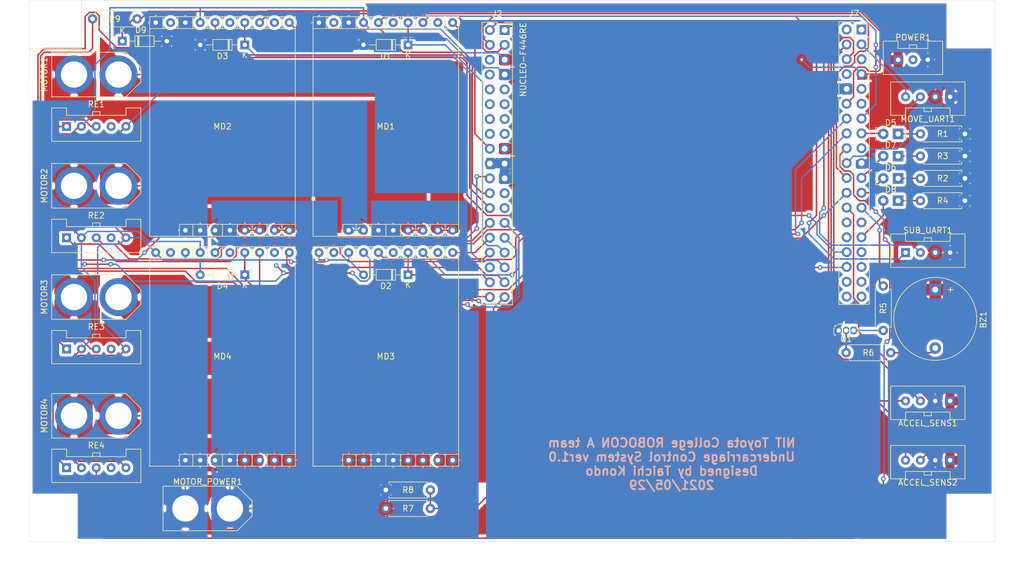
<source format=kicad_pcb>
(kicad_pcb (version 20171130) (host pcbnew "(5.1.9)-1")
  (layers (0 F.Cu signal) (31 B.Cu signal) (34 B.Paste user) (35 F.Paste user) (36 B.SilkS user) (37 F.SilkS user) (38 B.Mask user) (39 F.Mask user) (44 Edge.Cuts user))
  (net 0 "")
  (net 1 GND)
  (net 2 CS1)
  (net 3 CS3)
  (net 4 CS2)
  (net 5 CS4)
  (net 6 "Net-(D5-Pad1)")
  (net 7 LED1)
  (net 8 "Net-(D6-Pad1)")
  (net 9 LED3)
  (net 10 LED2)
  (net 11 "Net-(D7-Pad1)")
  (net 12 LED4)
  (net 13 "Net-(D8-Pad1)")
  (net 14 I2C1_SCL)
  (net 15 I2C1_SDA)
  (net 16 +5V)
  (net 17 ENA4)
  (net 18 ENB4)
  (net 19 IN_A4)
  (net 20 RE_3B)
  (net 21 IN_B4)
  (net 22 RE_3A)
  (net 23 IN_A3)
  (net 24 IN_B3)
  (net 25 /VIN)
  (net 26 RE_4B)
  (net 27 ENA2)
  (net 28 /+3V3)
  (net 29 SWCLK)
  (net 30 RESET)
  (net 31 SWDIO)
  (net 32 /BOOT0)
  (net 33 ENB1)
  (net 34 IN_A1)
  (net 35 ENA1)
  (net 36 IN_B1)
  (net 37 /AVDD)
  (net 38 ENA3)
  (net 39 ENB3)
  (net 40 UART6_TX)
  (net 41 RE_1A)
  (net 42 RE_2B)
  (net 43 RE_2A)
  (net 44 RE_4A)
  (net 45 UART6_RX)
  (net 46 IN_B2)
  (net 47 IN_A2)
  (net 48 MPWM1)
  (net 49 MPWM2)
  (net 50 RE_1B)
  (net 51 /AGND)
  (net 52 /PC4)
  (net 53 MPWM3)
  (net 54 MPWM4)
  (net 55 +BATT)
  (net 56 GND1)
  (net 57 "Net-(MD1-Pad9)")
  (net 58 ENB2)
  (net 59 "Net-(MD2-Pad9)")
  (net 60 "Net-(MD3-Pad9)")
  (net 61 "Net-(MD4-Pad9)")
  (net 62 "Net-(POWER1-Pad2)")
  (net 63 "Net-(RE1-Pad4)")
  (net 64 "Net-(RE2-Pad4)")
  (net 65 "Net-(RE3-Pad4)")
  (net 66 "Net-(RE4-Pad4)")
  (net 67 I2C2_SCL)
  (net 68 I2C2_SDA)
  (net 69 "Net-(BZ1-Pad2)")
  (net 70 BATT_VOL)
  (net 71 UART3_RX)
  (net 72 UART3_TX)
  (net 73 BUZ)
  (net 74 subPWM2)
  (net 75 "Net-(MD1-Pad13)")
  (net 76 "Net-(MD1-Pad14)")
  (net 77 "Net-(MD2-Pad14)")
  (net 78 "Net-(MD2-Pad13)")
  (net 79 "Net-(MD3-Pad13)")
  (net 80 "Net-(MD3-Pad14)")
  (net 81 "Net-(MD4-Pad14)")
  (net 82 "Net-(MD4-Pad13)")
  (net 83 "Net-(Q1-Pad1)")
  (net 84 "Net-(R9-Pad1)")
  (net 85 "Net-(Q1-Pad2)")
  (net 86 /PC8)
  (net 87 /PC9)
  (net 88 /PC5)
  (net 89 /PA12)
  (net 90 /PB4)
  (net 91 /PB5)
  (net 92 /PA2)
  (net 93 /PA3)
  (net 94 "Net-(J2-Pad25)")
  (net 95 "Net-(J2-Pad12)")
  (net 96 "Net-(J2-Pad11)")
  (net 97 "Net-(J2-Pad10)")
  (net 98 "Net-(J2-Pad9)")
  (net 99 "Net-(J2-Pad6)")
  (net 100 "Net-(J7-Pad9)")
  (net 101 "Net-(J7-Pad17)")
  (net 102 "Net-(J7-Pad35)")
  (net 103 "Net-(J7-Pad37)")
  (net 104 /VBAT)
  (module MountingHole:MountingHole_3.2mm_M3 (layer F.Cu) (at 71.755 126.365)
    (fp_text reference M3 hide)
    (fp_text value MountingHole_3.2mm_M3)
    (pad 1 np_thru_hole circle (at 0 0) (size 3.2 3.2) (drill 3.2) (layers *.Cu *.Mask))
  )
  (module MountingHole:MountingHole_3.2mm_M3 (layer F.Cu) (at 72.39 42.545)
    (fp_text reference M3 hide)
    (fp_text value MountingHole_3.2mm_M3)
    (pad 1 np_thru_hole circle (at 0 0) (size 3.2 3.2) (drill 3.2) (layers *.Cu *.Mask))
  )
  (module MountingHole:MountingHole_3.2mm_M3 (layer F.Cu) (at 227.965 42.545)
    (fp_text reference M3 hide)
    (fp_text value MountingHole_3.2mm_M3)
    (pad 1 np_thru_hole circle (at 0 0) (size 3.2 3.2) (drill 3.2) (layers *.Cu *.Mask))
  )
  (module MountingHole:MountingHole_3.2mm_M3 (layer F.Cu) (at 227.965 126.365)
    (fp_text reference M3 hide)
    (fp_text value MountingHole_3.2mm_M3)
    (pad 1 np_thru_hole circle (at 0 0) (size 3.2 3.2) (drill 3.2) (layers *.Cu *.Mask))
  )
  (module Motor_Driver:VNH5019 (layer F.Cu) (at 114.3 99.06 270)
    (fp_text reference MD4 (at 0 13.97 180) (layer F.SilkS))
    (fp_text value VNH5019)
    (pad 1 thru_hole circle (at -17.78 2.54 270) (size 1.524 1.524) (drill 0.762) (layers *.Cu *.Mask) (net 19 IN_A4))
    (pad 2 thru_hole circle (at -17.78 5.08 270) (size 1.524 1.524) (drill 0.762) (layers *.Cu *.Mask) (net 17 ENA4))
    (pad 3 thru_hole circle (at -17.78 7.62 270) (size 1.524 1.524) (drill 0.762) (layers *.Cu *.Mask) (net 54 MPWM4))
    (pad 4 thru_hole circle (at -17.78 10.16 270) (size 1.524 1.524) (drill 0.762) (layers *.Cu *.Mask) (net 5 CS4))
    (pad 5 thru_hole circle (at -17.78 12.7 270) (size 1.524 1.524) (drill 0.762) (layers *.Cu *.Mask) (net 18 ENB4))
    (pad 6 thru_hole circle (at -17.78 15.24 270) (size 1.524 1.524) (drill 0.762) (layers *.Cu *.Mask) (net 21 IN_B4))
    (pad 7 thru_hole circle (at -17.78 17.78 270) (size 1.524 1.524) (drill 0.762) (layers *.Cu *.Mask) (net 16 +5V))
    (pad 8 thru_hole circle (at -17.78 20.32 270) (size 1.524 1.524) (drill 0.762) (layers *.Cu *.Mask) (net 1 GND))
    (pad 9 thru_hole circle (at -17.78 22.86 270) (size 1.524 1.524) (drill 0.762) (layers *.Cu *.Mask) (net 61 "Net-(MD4-Pad9)"))
    (pad 10 thru_hole circle (at -17.78 25.4 270) (size 1.524 1.524) (drill 0.762) (layers *.Cu *.Mask) (net 1 GND))
    (pad 14 thru_hole circle (at 17.78 2.54 270) (size 1.524 1.524) (drill 0.762) (layers *.Cu *.Mask) (net 81 "Net-(MD4-Pad14)"))
    (pad 14 thru_hole circle (at 17.78 5.08 270) (size 1.524 1.524) (drill 0.762) (layers *.Cu *.Mask) (net 81 "Net-(MD4-Pad14)"))
    (pad 13 thru_hole circle (at 17.78 7.62 270) (size 1.524 1.524) (drill 0.762) (layers *.Cu *.Mask) (net 82 "Net-(MD4-Pad13)"))
    (pad 13 thru_hole circle (at 17.78 10.16 270) (size 1.524 1.524) (drill 0.762) (layers *.Cu *.Mask) (net 82 "Net-(MD4-Pad13)"))
    (pad 12 thru_hole circle (at 17.78 12.7 270) (size 1.524 1.524) (drill 0.762) (layers *.Cu *.Mask) (net 56 GND1))
    (pad 12 thru_hole circle (at 17.78 15.24 270) (size 1.524 1.524) (drill 0.762) (layers *.Cu *.Mask) (net 56 GND1))
    (pad 11 thru_hole circle (at 17.78 17.78 270) (size 1.524 1.524) (drill 0.762) (layers *.Cu *.Mask) (net 55 +BATT))
    (pad 11 thru_hole circle (at 17.78 20.32 270) (size 1.524 1.524) (drill 0.762) (layers *.Cu *.Mask) (net 55 +BATT))
  )
  (module XA_connector:XT60 (layer F.Cu) (at 78.74 45.72)
    (fp_text reference MOTOR1 (at -8.89 5.08 90) (layer F.SilkS))
    (fp_text value Conn_01x02)
    (pad 2 thru_hole circle (at -3.81 5.08) (size 6.5 6.5) (drill 4.5) (layers *.Cu *.Mask) (net 75 "Net-(MD1-Pad13)"))
    (pad 1 thru_hole circle (at 3.81 5.08) (size 6.5 6.5) (drill 4.5) (layers *.Cu *.Mask) (net 76 "Net-(MD1-Pad14)"))
  )
  (module Connector_PinSocket_2.54mm:PinSocket_2x19_P2.54mm_Vertical (layer F.Cu) (at 209.635001 43.100001)
    (fp_text reference J7 (at -1.27 -2.77) (layer F.SilkS))
    (fp_text value Conn_02x19_Odd_Even)
    (pad 1 thru_hole rect (at 0 0) (size 1.7 1.7) (drill 1) (layers *.Cu *.Mask) (net 86 /PC8))
    (pad 2 thru_hole oval (at -2.54 0) (size 1.7 1.7) (drill 1) (layers *.Cu *.Mask) (net 87 /PC9))
    (pad 3 thru_hole oval (at 0 2.54) (size 1.7 1.7) (drill 1) (layers *.Cu *.Mask) (net 40 UART6_TX))
    (pad 4 thru_hole oval (at -2.54 2.54) (size 1.7 1.7) (drill 1) (layers *.Cu *.Mask) (net 14 I2C1_SCL))
    (pad 5 thru_hole oval (at 0 5.08) (size 1.7 1.7) (drill 1) (layers *.Cu *.Mask) (net 88 /PC5))
    (pad 6 thru_hole oval (at -2.54 5.08) (size 1.7 1.7) (drill 1) (layers *.Cu *.Mask) (net 15 I2C1_SDA))
    (pad 7 thru_hole oval (at 0 7.62) (size 1.7 1.7) (drill 1) (layers *.Cu *.Mask) (net 16 +5V))
    (pad 8 thru_hole oval (at -2.54 7.62) (size 1.7 1.7) (drill 1) (layers *.Cu *.Mask) (net 37 /AVDD))
    (pad 9 thru_hole oval (at 0 10.16) (size 1.7 1.7) (drill 1) (layers *.Cu *.Mask) (net 100 "Net-(J7-Pad9)"))
    (pad 10 thru_hole oval (at -2.54 10.16) (size 1.7 1.7) (drill 1) (layers *.Cu *.Mask) (net 1 GND))
    (pad 11 thru_hole oval (at 0 12.7) (size 1.7 1.7) (drill 1) (layers *.Cu *.Mask) (net 89 /PA12))
    (pad 12 thru_hole oval (at -2.54 12.7) (size 1.7 1.7) (drill 1) (layers *.Cu *.Mask) (net 41 RE_1A))
    (pad 13 thru_hole oval (at 0 15.24) (size 1.7 1.7) (drill 1) (layers *.Cu *.Mask) (net 48 MPWM1))
    (pad 14 thru_hole oval (at -2.54 15.24) (size 1.7 1.7) (drill 1) (layers *.Cu *.Mask) (net 42 RE_2B))
    (pad 15 thru_hole oval (at 0 17.78) (size 1.7 1.7) (drill 1) (layers *.Cu *.Mask) (net 7 LED1))
    (pad 16 thru_hole oval (at -2.54 17.78) (size 1.7 1.7) (drill 1) (layers *.Cu *.Mask) (net 43 RE_2A))
    (pad 17 thru_hole oval (at 0 20.32) (size 1.7 1.7) (drill 1) (layers *.Cu *.Mask) (net 101 "Net-(J7-Pad17)"))
    (pad 18 thru_hole oval (at -2.54 20.32) (size 1.7 1.7) (drill 1) (layers *.Cu *.Mask) (net 44 RE_4A))
    (pad 19 thru_hole oval (at 0 22.86) (size 1.7 1.7) (drill 1) (layers *.Cu *.Mask) (net 1 GND))
    (pad 20 thru_hole oval (at -2.54 22.86) (size 1.7 1.7) (drill 1) (layers *.Cu *.Mask) (net 45 UART6_RX))
    (pad 21 thru_hole oval (at 0 25.4) (size 1.7 1.7) (drill 1) (layers *.Cu *.Mask) (net 10 LED2))
    (pad 22 thru_hole oval (at -2.54 25.4) (size 1.7 1.7) (drill 1) (layers *.Cu *.Mask) (net 49 MPWM2))
    (pad 23 thru_hole oval (at 0 27.94) (size 1.7 1.7) (drill 1) (layers *.Cu *.Mask) (net 9 LED3))
    (pad 24 thru_hole oval (at -2.54 27.94) (size 1.7 1.7) (drill 1) (layers *.Cu *.Mask) (net 53 MPWM3))
    (pad 25 thru_hole oval (at 0 30.48) (size 1.7 1.7) (drill 1) (layers *.Cu *.Mask) (net 73 BUZ))
    (pad 26 thru_hole oval (at -2.54 30.48) (size 1.7 1.7) (drill 1) (layers *.Cu *.Mask) (net 67 I2C2_SCL))
    (pad 27 thru_hole oval (at 0 33.02) (size 1.7 1.7) (drill 1) (layers *.Cu *.Mask) (net 74 subPWM2))
    (pad 28 thru_hole oval (at -2.54 33.02) (size 1.7 1.7) (drill 1) (layers *.Cu *.Mask) (net 90 /PB4))
    (pad 29 thru_hole oval (at 0 35.56) (size 1.7 1.7) (drill 1) (layers *.Cu *.Mask) (net 12 LED4))
    (pad 30 thru_hole oval (at -2.54 35.56) (size 1.7 1.7) (drill 1) (layers *.Cu *.Mask) (net 91 /PB5))
    (pad 31 thru_hole oval (at 0 38.1) (size 1.7 1.7) (drill 1) (layers *.Cu *.Mask) (net 51 /AGND))
    (pad 32 thru_hole oval (at -2.54 38.1) (size 1.7 1.7) (drill 1) (layers *.Cu *.Mask) (net 50 RE_1B))
    (pad 33 thru_hole oval (at 0 40.64) (size 1.7 1.7) (drill 1) (layers *.Cu *.Mask) (net 52 /PC4))
    (pad 34 thru_hole oval (at -2.54 40.64) (size 1.7 1.7) (drill 1) (layers *.Cu *.Mask) (net 54 MPWM4))
    (pad 35 thru_hole oval (at 0 43.18) (size 1.7 1.7) (drill 1) (layers *.Cu *.Mask) (net 102 "Net-(J7-Pad35)"))
    (pad 36 thru_hole oval (at -2.54 43.18) (size 1.7 1.7) (drill 1) (layers *.Cu *.Mask) (net 92 /PA2))
    (pad 37 thru_hole oval (at 0 45.72) (size 1.7 1.7) (drill 1) (layers *.Cu *.Mask) (net 103 "Net-(J7-Pad37)"))
    (pad 38 thru_hole oval (at -2.54 45.72) (size 1.7 1.7) (drill 1) (layers *.Cu *.Mask) (net 93 /PA3))
  )
  (module Motor_Driver:VNH5019 (layer F.Cu) (at 142.24 99.06 270)
    (fp_text reference MD3 (at 0 13.97 180) (layer F.SilkS))
    (fp_text value VNH5019)
    (pad 11 thru_hole circle (at 17.78 20.32 270) (size 1.524 1.524) (drill 0.762) (layers *.Cu *.Mask) (net 55 +BATT))
    (pad 11 thru_hole circle (at 17.78 17.78 270) (size 1.524 1.524) (drill 0.762) (layers *.Cu *.Mask) (net 55 +BATT))
    (pad 12 thru_hole circle (at 17.78 15.24 270) (size 1.524 1.524) (drill 0.762) (layers *.Cu *.Mask) (net 56 GND1))
    (pad 12 thru_hole circle (at 17.78 12.7 270) (size 1.524 1.524) (drill 0.762) (layers *.Cu *.Mask) (net 56 GND1))
    (pad 13 thru_hole circle (at 17.78 10.16 270) (size 1.524 1.524) (drill 0.762) (layers *.Cu *.Mask) (net 79 "Net-(MD3-Pad13)"))
    (pad 13 thru_hole circle (at 17.78 7.62 270) (size 1.524 1.524) (drill 0.762) (layers *.Cu *.Mask) (net 79 "Net-(MD3-Pad13)"))
    (pad 14 thru_hole circle (at 17.78 5.08 270) (size 1.524 1.524) (drill 0.762) (layers *.Cu *.Mask) (net 80 "Net-(MD3-Pad14)"))
    (pad 14 thru_hole circle (at 17.78 2.54 270) (size 1.524 1.524) (drill 0.762) (layers *.Cu *.Mask) (net 80 "Net-(MD3-Pad14)"))
    (pad 10 thru_hole circle (at -17.78 25.4 270) (size 1.524 1.524) (drill 0.762) (layers *.Cu *.Mask) (net 1 GND))
    (pad 9 thru_hole circle (at -17.78 22.86 270) (size 1.524 1.524) (drill 0.762) (layers *.Cu *.Mask) (net 60 "Net-(MD3-Pad9)"))
    (pad 8 thru_hole circle (at -17.78 20.32 270) (size 1.524 1.524) (drill 0.762) (layers *.Cu *.Mask) (net 1 GND))
    (pad 7 thru_hole circle (at -17.78 17.78 270) (size 1.524 1.524) (drill 0.762) (layers *.Cu *.Mask) (net 16 +5V))
    (pad 6 thru_hole circle (at -17.78 15.24 270) (size 1.524 1.524) (drill 0.762) (layers *.Cu *.Mask) (net 24 IN_B3))
    (pad 5 thru_hole circle (at -17.78 12.7 270) (size 1.524 1.524) (drill 0.762) (layers *.Cu *.Mask) (net 39 ENB3))
    (pad 4 thru_hole circle (at -17.78 10.16 270) (size 1.524 1.524) (drill 0.762) (layers *.Cu *.Mask) (net 3 CS3))
    (pad 3 thru_hole circle (at -17.78 7.62 270) (size 1.524 1.524) (drill 0.762) (layers *.Cu *.Mask) (net 53 MPWM3))
    (pad 2 thru_hole circle (at -17.78 5.08 270) (size 1.524 1.524) (drill 0.762) (layers *.Cu *.Mask) (net 38 ENA3))
    (pad 1 thru_hole circle (at -17.78 2.54 270) (size 1.524 1.524) (drill 0.762) (layers *.Cu *.Mask) (net 23 IN_A3))
  )
  (module Diode_THT:D_DO-34_SOD68_P7.62mm_Horizontal (layer F.Cu) (at 132.08 85.09 180)
    (fp_text reference D2 (at 3.81 -1.92) (layer F.SilkS))
    (fp_text value 3.3V)
    (fp_text user K (at 0 -1.75) (layer F.SilkS))
    (pad 1 thru_hole rect (at 0 0 180) (size 1.5 1.5) (drill 0.75) (layers *.Cu *.Mask) (net 3 CS3))
    (pad 2 thru_hole oval (at 7.62 0 180) (size 1.5 1.5) (drill 0.75) (layers *.Cu *.Mask) (net 1 GND))
  )
  (module Diode_THT:D_DO-34_SOD68_P7.62mm_Horizontal (layer F.Cu) (at 132.08 45.72 180)
    (fp_text reference D1 (at 3.81 -1.92) (layer F.SilkS))
    (fp_text value 3.3V)
    (fp_text user K (at 0 -1.75) (layer F.SilkS))
    (pad 2 thru_hole oval (at 7.62 0 180) (size 1.5 1.5) (drill 0.75) (layers *.Cu *.Mask) (net 1 GND))
    (pad 1 thru_hole rect (at 0 0 180) (size 1.5 1.5) (drill 0.75) (layers *.Cu *.Mask) (net 2 CS1))
  )
  (module Diode_THT:D_DO-34_SOD68_P7.62mm_Horizontal (layer F.Cu) (at 104.14 45.72 180)
    (fp_text reference D3 (at 3.81 -1.92) (layer F.SilkS))
    (fp_text value 3.3V)
    (fp_text user K (at 0 -1.75) (layer F.SilkS))
    (pad 2 thru_hole oval (at 7.62 0 180) (size 1.5 1.5) (drill 0.75) (layers *.Cu *.Mask) (net 1 GND))
    (pad 1 thru_hole rect (at 0 0 180) (size 1.5 1.5) (drill 0.75) (layers *.Cu *.Mask) (net 4 CS2))
  )
  (module Diode_THT:D_DO-34_SOD68_P7.62mm_Horizontal (layer F.Cu) (at 104.14 85.09 180)
    (fp_text reference D4 (at 3.81 -1.92) (layer F.SilkS))
    (fp_text value 3.3V)
    (fp_text user K (at 0 -1.75) (layer F.SilkS))
    (pad 1 thru_hole rect (at 0 0 180) (size 1.5 1.5) (drill 0.75) (layers *.Cu *.Mask) (net 5 CS4))
    (pad 2 thru_hole oval (at 7.62 0 180) (size 1.5 1.5) (drill 0.75) (layers *.Cu *.Mask) (net 1 GND))
  )
  (module LED_THT:LED_Rectangular_W5.0mm_H2.0mm (layer F.Cu) (at 215.9 60.96 180)
    (fp_text reference D5 (at 1.27 1.905 180) (layer F.SilkS))
    (fp_text value LED)
    (pad 1 thru_hole rect (at 0 0 180) (size 1.8 1.8) (drill 0.9) (layers *.Cu *.Mask) (net 6 "Net-(D5-Pad1)"))
    (pad 2 thru_hole circle (at 2.54 0 180) (size 1.8 1.8) (drill 0.9) (layers *.Cu *.Mask) (net 7 LED1))
  )
  (module LED_THT:LED_Rectangular_W5.0mm_H2.0mm (layer F.Cu) (at 215.9 68.58 180)
    (fp_text reference D6 (at 1.27 1.905) (layer F.SilkS))
    (fp_text value LED)
    (pad 1 thru_hole rect (at 0 0 180) (size 1.8 1.8) (drill 0.9) (layers *.Cu *.Mask) (net 8 "Net-(D6-Pad1)"))
    (pad 2 thru_hole circle (at 2.54 0 180) (size 1.8 1.8) (drill 0.9) (layers *.Cu *.Mask) (net 9 LED3))
  )
  (module LED_THT:LED_Rectangular_W5.0mm_H2.0mm (layer F.Cu) (at 215.9 64.77 180)
    (fp_text reference D7 (at 1.27 1.905) (layer F.SilkS))
    (fp_text value LED)
    (pad 2 thru_hole circle (at 2.54 0 180) (size 1.8 1.8) (drill 0.9) (layers *.Cu *.Mask) (net 10 LED2))
    (pad 1 thru_hole rect (at 0 0 180) (size 1.8 1.8) (drill 0.9) (layers *.Cu *.Mask) (net 11 "Net-(D7-Pad1)"))
  )
  (module LED_THT:LED_Rectangular_W5.0mm_H2.0mm (layer F.Cu) (at 215.9 72.39 180)
    (fp_text reference D8 (at 1.27 1.905) (layer F.SilkS))
    (fp_text value LED)
    (pad 2 thru_hole circle (at 2.54 0 180) (size 1.8 1.8) (drill 0.9) (layers *.Cu *.Mask) (net 12 LED4))
    (pad 1 thru_hole rect (at 0 0 180) (size 1.8 1.8) (drill 0.9) (layers *.Cu *.Mask) (net 13 "Net-(D8-Pad1)"))
  )
  (module XA_connector:XA_04 (layer F.Cu) (at 220.98 111.76 180)
    (fp_text reference ACCEL_SENS1 (at 0 1.27) (layer F.SilkS))
    (fp_text value Conn_01x04)
    (pad 1 thru_hole rect (at -3.81 5.08 180) (size 1.524 1.524) (drill 0.762) (layers *.Cu *.Mask) (net 16 +5V))
    (pad 2 thru_hole circle (at -1.27 5.08 180) (size 1.524 1.524) (drill 0.762) (layers *.Cu *.Mask) (net 1 GND))
    (pad 3 thru_hole circle (at 1.27 5.08 180) (size 1.524 1.524) (drill 0.762) (layers *.Cu *.Mask) (net 14 I2C1_SCL))
    (pad 4 thru_hole circle (at 3.81 5.08 180) (size 1.524 1.524) (drill 0.762) (layers *.Cu *.Mask) (net 15 I2C1_SDA))
  )
  (module Connector_PinSocket_2.54mm:PinSocket_2x19_P2.54mm_Vertical (layer F.Cu) (at 148.59 43.18)
    (fp_text reference J2 (at -1.27 -2.77) (layer F.SilkS))
    (fp_text value Conn_02x19_Odd_Even)
    (pad 38 thru_hole oval (at -2.54 45.72) (size 1.7 1.7) (drill 1) (layers *.Cu *.Mask) (net 5 CS4))
    (pad 37 thru_hole oval (at 0 45.72) (size 1.7 1.7) (drill 1) (layers *.Cu *.Mask) (net 70 BATT_VOL))
    (pad 36 thru_hole oval (at -2.54 43.18) (size 1.7 1.7) (drill 1) (layers *.Cu *.Mask) (net 3 CS3))
    (pad 35 thru_hole oval (at 0 43.18) (size 1.7 1.7) (drill 1) (layers *.Cu *.Mask) (net 19 IN_A4))
    (pad 34 thru_hole oval (at -2.54 40.64) (size 1.7 1.7) (drill 1) (layers *.Cu *.Mask) (net 104 /VBAT))
    (pad 33 thru_hole oval (at 0 40.64) (size 1.7 1.7) (drill 1) (layers *.Cu *.Mask) (net 4 CS2))
    (pad 32 thru_hole oval (at -2.54 38.1) (size 1.7 1.7) (drill 1) (layers *.Cu *.Mask) (net 24 IN_B3))
    (pad 31 thru_hole oval (at 0 38.1) (size 1.7 1.7) (drill 1) (layers *.Cu *.Mask) (net 2 CS1))
    (pad 30 thru_hole oval (at -2.54 35.56) (size 1.7 1.7) (drill 1) (layers *.Cu *.Mask) (net 23 IN_A3))
    (pad 29 thru_hole oval (at 0 35.56) (size 1.7 1.7) (drill 1) (layers *.Cu *.Mask) (net 20 RE_3B))
    (pad 28 thru_hole oval (at -2.54 33.02) (size 1.7 1.7) (drill 1) (layers *.Cu *.Mask) (net 21 IN_B4))
    (pad 27 thru_hole oval (at 0 33.02) (size 1.7 1.7) (drill 1) (layers *.Cu *.Mask) (net 22 RE_3A))
    (pad 26 thru_hole oval (at -2.54 30.48) (size 1.7 1.7) (drill 1) (layers *.Cu *.Mask) (net 46 IN_B2))
    (pad 25 thru_hole oval (at 0 30.48) (size 1.7 1.7) (drill 1) (layers *.Cu *.Mask) (net 94 "Net-(J2-Pad25)"))
    (pad 24 thru_hole oval (at -2.54 27.94) (size 1.7 1.7) (drill 1) (layers *.Cu *.Mask) (net 47 IN_A2))
    (pad 23 thru_hole oval (at 0 27.94) (size 1.7 1.7) (drill 1) (layers *.Cu *.Mask) (net 25 /VIN))
    (pad 22 thru_hole oval (at -2.54 25.4) (size 1.7 1.7) (drill 1) (layers *.Cu *.Mask) (net 26 RE_4B))
    (pad 21 thru_hole oval (at 0 25.4) (size 1.7 1.7) (drill 1) (layers *.Cu *.Mask) (net 1 GND))
    (pad 20 thru_hole oval (at -2.54 22.86) (size 1.7 1.7) (drill 1) (layers *.Cu *.Mask) (net 1 GND))
    (pad 19 thru_hole oval (at 0 22.86) (size 1.7 1.7) (drill 1) (layers *.Cu *.Mask) (net 1 GND))
    (pad 18 thru_hole oval (at -2.54 20.32) (size 1.7 1.7) (drill 1) (layers *.Cu *.Mask) (net 34 IN_A1))
    (pad 17 thru_hole oval (at 0 20.32) (size 1.7 1.7) (drill 1) (layers *.Cu *.Mask) (net 16 +5V))
    (pad 16 thru_hole oval (at -2.54 17.78) (size 1.7 1.7) (drill 1) (layers *.Cu *.Mask) (net 29 SWCLK))
    (pad 15 thru_hole oval (at 0 17.78) (size 1.7 1.7) (drill 1) (layers *.Cu *.Mask) (net 28 /+3V3))
    (pad 14 thru_hole oval (at -2.54 15.24) (size 1.7 1.7) (drill 1) (layers *.Cu *.Mask) (net 31 SWDIO))
    (pad 13 thru_hole oval (at 0 15.24) (size 1.7 1.7) (drill 1) (layers *.Cu *.Mask) (net 30 RESET))
    (pad 12 thru_hole oval (at -2.54 12.7) (size 1.7 1.7) (drill 1) (layers *.Cu *.Mask) (net 95 "Net-(J2-Pad12)"))
    (pad 11 thru_hole oval (at 0 12.7) (size 1.7 1.7) (drill 1) (layers *.Cu *.Mask) (net 96 "Net-(J2-Pad11)"))
    (pad 10 thru_hole oval (at -2.54 10.16) (size 1.7 1.7) (drill 1) (layers *.Cu *.Mask) (net 97 "Net-(J2-Pad10)"))
    (pad 9 thru_hole oval (at 0 10.16) (size 1.7 1.7) (drill 1) (layers *.Cu *.Mask) (net 98 "Net-(J2-Pad9)"))
    (pad 8 thru_hole oval (at -2.54 7.62) (size 1.7 1.7) (drill 1) (layers *.Cu *.Mask) (net 32 /BOOT0))
    (pad 7 thru_hole oval (at 0 7.62) (size 1.7 1.7) (drill 1) (layers *.Cu *.Mask) (net 1 GND))
    (pad 6 thru_hole oval (at -2.54 5.08) (size 1.7 1.7) (drill 1) (layers *.Cu *.Mask) (net 99 "Net-(J2-Pad6)"))
    (pad 5 thru_hole oval (at 0 5.08) (size 1.7 1.7) (drill 1) (layers *.Cu *.Mask) (net 16 +5V))
    (pad 4 thru_hole oval (at -2.54 2.54) (size 1.7 1.7) (drill 1) (layers *.Cu *.Mask) (net 68 I2C2_SDA))
    (pad 3 thru_hole oval (at 0 2.54) (size 1.7 1.7) (drill 1) (layers *.Cu *.Mask) (net 36 IN_B1))
    (pad 2 thru_hole oval (at -2.54 0) (size 1.7 1.7) (drill 1) (layers *.Cu *.Mask) (net 72 UART3_TX))
    (pad 1 thru_hole rect (at 0 0) (size 1.7 1.7) (drill 1) (layers *.Cu *.Mask) (net 71 UART3_RX))
  )
  (module Motor_Driver:VNH5019 (layer F.Cu) (at 142.24 59.69 270)
    (fp_text reference MD1 (at 0 13.97 180) (layer F.SilkS))
    (fp_text value VNH5019)
    (pad 11 thru_hole circle (at 17.78 20.32 270) (size 1.524 1.524) (drill 0.762) (layers *.Cu *.Mask) (net 55 +BATT))
    (pad 11 thru_hole circle (at 17.78 17.78 270) (size 1.524 1.524) (drill 0.762) (layers *.Cu *.Mask) (net 55 +BATT))
    (pad 12 thru_hole circle (at 17.78 15.24 270) (size 1.524 1.524) (drill 0.762) (layers *.Cu *.Mask) (net 56 GND1))
    (pad 12 thru_hole circle (at 17.78 12.7 270) (size 1.524 1.524) (drill 0.762) (layers *.Cu *.Mask) (net 56 GND1))
    (pad 13 thru_hole circle (at 17.78 10.16 270) (size 1.524 1.524) (drill 0.762) (layers *.Cu *.Mask) (net 75 "Net-(MD1-Pad13)"))
    (pad 13 thru_hole circle (at 17.78 7.62 270) (size 1.524 1.524) (drill 0.762) (layers *.Cu *.Mask) (net 75 "Net-(MD1-Pad13)"))
    (pad 14 thru_hole circle (at 17.78 5.08 270) (size 1.524 1.524) (drill 0.762) (layers *.Cu *.Mask) (net 76 "Net-(MD1-Pad14)"))
    (pad 14 thru_hole circle (at 17.78 2.54 270) (size 1.524 1.524) (drill 0.762) (layers *.Cu *.Mask) (net 76 "Net-(MD1-Pad14)"))
    (pad 10 thru_hole circle (at -17.78 25.4 270) (size 1.524 1.524) (drill 0.762) (layers *.Cu *.Mask) (net 1 GND))
    (pad 9 thru_hole circle (at -17.78 22.86 270) (size 1.524 1.524) (drill 0.762) (layers *.Cu *.Mask) (net 57 "Net-(MD1-Pad9)"))
    (pad 8 thru_hole circle (at -17.78 20.32 270) (size 1.524 1.524) (drill 0.762) (layers *.Cu *.Mask) (net 1 GND))
    (pad 7 thru_hole circle (at -17.78 17.78 270) (size 1.524 1.524) (drill 0.762) (layers *.Cu *.Mask) (net 16 +5V))
    (pad 6 thru_hole circle (at -17.78 15.24 270) (size 1.524 1.524) (drill 0.762) (layers *.Cu *.Mask) (net 36 IN_B1))
    (pad 5 thru_hole circle (at -17.78 12.7 270) (size 1.524 1.524) (drill 0.762) (layers *.Cu *.Mask) (net 33 ENB1))
    (pad 4 thru_hole circle (at -17.78 10.16 270) (size 1.524 1.524) (drill 0.762) (layers *.Cu *.Mask) (net 2 CS1))
    (pad 3 thru_hole circle (at -17.78 7.62 270) (size 1.524 1.524) (drill 0.762) (layers *.Cu *.Mask) (net 48 MPWM1))
    (pad 2 thru_hole circle (at -17.78 5.08 270) (size 1.524 1.524) (drill 0.762) (layers *.Cu *.Mask) (net 35 ENA1))
    (pad 1 thru_hole circle (at -17.78 2.54 270) (size 1.524 1.524) (drill 0.762) (layers *.Cu *.Mask) (net 34 IN_A1))
  )
  (module Motor_Driver:VNH5019 (layer F.Cu) (at 114.3 59.69 270)
    (fp_text reference MD2 (at 0 13.97 180) (layer F.SilkS))
    (fp_text value VNH5019)
    (pad 1 thru_hole circle (at -17.78 2.54 270) (size 1.524 1.524) (drill 0.762) (layers *.Cu *.Mask) (net 47 IN_A2))
    (pad 2 thru_hole circle (at -17.78 5.08 270) (size 1.524 1.524) (drill 0.762) (layers *.Cu *.Mask) (net 27 ENA2))
    (pad 3 thru_hole circle (at -17.78 7.62 270) (size 1.524 1.524) (drill 0.762) (layers *.Cu *.Mask) (net 49 MPWM2))
    (pad 4 thru_hole circle (at -17.78 10.16 270) (size 1.524 1.524) (drill 0.762) (layers *.Cu *.Mask) (net 4 CS2))
    (pad 5 thru_hole circle (at -17.78 12.7 270) (size 1.524 1.524) (drill 0.762) (layers *.Cu *.Mask) (net 58 ENB2))
    (pad 6 thru_hole circle (at -17.78 15.24 270) (size 1.524 1.524) (drill 0.762) (layers *.Cu *.Mask) (net 46 IN_B2))
    (pad 7 thru_hole circle (at -17.78 17.78 270) (size 1.524 1.524) (drill 0.762) (layers *.Cu *.Mask) (net 16 +5V))
    (pad 8 thru_hole circle (at -17.78 20.32 270) (size 1.524 1.524) (drill 0.762) (layers *.Cu *.Mask) (net 1 GND))
    (pad 9 thru_hole circle (at -17.78 22.86 270) (size 1.524 1.524) (drill 0.762) (layers *.Cu *.Mask) (net 59 "Net-(MD2-Pad9)"))
    (pad 10 thru_hole circle (at -17.78 25.4 270) (size 1.524 1.524) (drill 0.762) (layers *.Cu *.Mask) (net 1 GND))
    (pad 14 thru_hole circle (at 17.78 2.54 270) (size 1.524 1.524) (drill 0.762) (layers *.Cu *.Mask) (net 77 "Net-(MD2-Pad14)"))
    (pad 14 thru_hole circle (at 17.78 5.08 270) (size 1.524 1.524) (drill 0.762) (layers *.Cu *.Mask) (net 77 "Net-(MD2-Pad14)"))
    (pad 13 thru_hole circle (at 17.78 7.62 270) (size 1.524 1.524) (drill 0.762) (layers *.Cu *.Mask) (net 78 "Net-(MD2-Pad13)"))
    (pad 13 thru_hole circle (at 17.78 10.16 270) (size 1.524 1.524) (drill 0.762) (layers *.Cu *.Mask) (net 78 "Net-(MD2-Pad13)"))
    (pad 12 thru_hole circle (at 17.78 12.7 270) (size 1.524 1.524) (drill 0.762) (layers *.Cu *.Mask) (net 56 GND1))
    (pad 12 thru_hole circle (at 17.78 15.24 270) (size 1.524 1.524) (drill 0.762) (layers *.Cu *.Mask) (net 56 GND1))
    (pad 11 thru_hole circle (at 17.78 17.78 270) (size 1.524 1.524) (drill 0.762) (layers *.Cu *.Mask) (net 55 +BATT))
    (pad 11 thru_hole circle (at 17.78 20.32 270) (size 1.524 1.524) (drill 0.762) (layers *.Cu *.Mask) (net 55 +BATT))
  )
  (module XA_connector:XA_04 (layer F.Cu) (at 220.98 59.69 180)
    (fp_text reference MOVE_UART1 (at 0 1.27) (layer F.SilkS))
    (fp_text value Conn_01x04)
    (pad 4 thru_hole circle (at 3.81 5.08 180) (size 1.524 1.524) (drill 0.762) (layers *.Cu *.Mask) (net 40 UART6_TX))
    (pad 3 thru_hole circle (at 1.27 5.08 180) (size 1.524 1.524) (drill 0.762) (layers *.Cu *.Mask) (net 45 UART6_RX))
    (pad 2 thru_hole circle (at -1.27 5.08 180) (size 1.524 1.524) (drill 0.762) (layers *.Cu *.Mask) (net 16 +5V))
    (pad 1 thru_hole rect (at -3.81 5.08 180) (size 1.524 1.524) (drill 0.762) (layers *.Cu *.Mask) (net 1 GND))
  )
  (module Resistor_THT:R_Axial_DIN0207_L6.3mm_D2.5mm_P7.62mm_Horizontal (layer F.Cu) (at 219.71 60.96)
    (fp_text reference R1 (at 3.81 0) (layer F.SilkS))
    (fp_text value R)
    (pad 1 thru_hole circle (at 0 0) (size 1.6 1.6) (drill 0.8) (layers *.Cu *.Mask) (net 6 "Net-(D5-Pad1)"))
    (pad 2 thru_hole oval (at 7.62 0) (size 1.6 1.6) (drill 0.8) (layers *.Cu *.Mask) (net 1 GND))
  )
  (module Resistor_THT:R_Axial_DIN0207_L6.3mm_D2.5mm_P7.62mm_Horizontal (layer F.Cu) (at 219.71 68.58)
    (fp_text reference R2 (at 3.81 0) (layer F.SilkS))
    (fp_text value R)
    (pad 1 thru_hole circle (at 0 0) (size 1.6 1.6) (drill 0.8) (layers *.Cu *.Mask) (net 8 "Net-(D6-Pad1)"))
    (pad 2 thru_hole oval (at 7.62 0) (size 1.6 1.6) (drill 0.8) (layers *.Cu *.Mask) (net 1 GND))
  )
  (module Resistor_THT:R_Axial_DIN0207_L6.3mm_D2.5mm_P7.62mm_Horizontal (layer F.Cu) (at 219.71 64.77)
    (fp_text reference R3 (at 3.81 0) (layer F.SilkS))
    (fp_text value R)
    (pad 2 thru_hole oval (at 7.62 0) (size 1.6 1.6) (drill 0.8) (layers *.Cu *.Mask) (net 1 GND))
    (pad 1 thru_hole circle (at 0 0) (size 1.6 1.6) (drill 0.8) (layers *.Cu *.Mask) (net 11 "Net-(D7-Pad1)"))
  )
  (module Resistor_THT:R_Axial_DIN0207_L6.3mm_D2.5mm_P7.62mm_Horizontal (layer F.Cu) (at 219.71 72.39)
    (fp_text reference R4 (at 3.81 0) (layer F.SilkS))
    (fp_text value R)
    (pad 2 thru_hole oval (at 7.62 0) (size 1.6 1.6) (drill 0.8) (layers *.Cu *.Mask) (net 1 GND))
    (pad 1 thru_hole circle (at 0 0) (size 1.6 1.6) (drill 0.8) (layers *.Cu *.Mask) (net 13 "Net-(D8-Pad1)"))
  )
  (module XA_connector:XA_05 (layer F.Cu) (at 78.74 54.61)
    (fp_text reference RE1 (at 0 1.27) (layer F.SilkS))
    (fp_text value RE1)
    (pad 1 thru_hole rect (at -5.08 5.08) (size 1.524 1.524) (drill 0.762) (layers *.Cu *.Mask) (net 50 RE_1B))
    (pad 2 thru_hole circle (at -2.54 5.08) (size 1.524 1.524) (drill 0.762) (layers *.Cu *.Mask) (net 16 +5V))
    (pad 3 thru_hole circle (at 0 5.08) (size 1.524 1.524) (drill 0.762) (layers *.Cu *.Mask) (net 84 "Net-(R9-Pad1)"))
    (pad 4 thru_hole circle (at 2.54 5.08) (size 1.524 1.524) (drill 0.762) (layers *.Cu *.Mask) (net 63 "Net-(RE1-Pad4)"))
    (pad 5 thru_hole circle (at 5.08 5.08) (size 1.524 1.524) (drill 0.762) (layers *.Cu *.Mask) (net 1 GND))
  )
  (module XA_connector:XA_05 (layer F.Cu) (at 78.74 73.66)
    (fp_text reference RE2 (at 0 1.27) (layer F.SilkS))
    (fp_text value RE2)
    (pad 5 thru_hole circle (at 5.08 5.08) (size 1.524 1.524) (drill 0.762) (layers *.Cu *.Mask) (net 1 GND))
    (pad 4 thru_hole circle (at 2.54 5.08) (size 1.524 1.524) (drill 0.762) (layers *.Cu *.Mask) (net 64 "Net-(RE2-Pad4)"))
    (pad 3 thru_hole circle (at 0 5.08) (size 1.524 1.524) (drill 0.762) (layers *.Cu *.Mask) (net 43 RE_2A))
    (pad 2 thru_hole circle (at -2.54 5.08) (size 1.524 1.524) (drill 0.762) (layers *.Cu *.Mask) (net 16 +5V))
    (pad 1 thru_hole rect (at -5.08 5.08) (size 1.524 1.524) (drill 0.762) (layers *.Cu *.Mask) (net 42 RE_2B))
  )
  (module XA_connector:XA_05 (layer F.Cu) (at 78.74 92.71)
    (fp_text reference RE3 (at 0 1.27) (layer F.SilkS))
    (fp_text value RE3)
    (pad 5 thru_hole circle (at 5.08 5.08) (size 1.524 1.524) (drill 0.762) (layers *.Cu *.Mask) (net 1 GND))
    (pad 4 thru_hole circle (at 2.54 5.08) (size 1.524 1.524) (drill 0.762) (layers *.Cu *.Mask) (net 65 "Net-(RE3-Pad4)"))
    (pad 3 thru_hole circle (at 0 5.08) (size 1.524 1.524) (drill 0.762) (layers *.Cu *.Mask) (net 22 RE_3A))
    (pad 2 thru_hole circle (at -2.54 5.08) (size 1.524 1.524) (drill 0.762) (layers *.Cu *.Mask) (net 16 +5V))
    (pad 1 thru_hole rect (at -5.08 5.08) (size 1.524 1.524) (drill 0.762) (layers *.Cu *.Mask) (net 20 RE_3B))
  )
  (module XA_connector:XA_05 (layer F.Cu) (at 78.74 113.03)
    (fp_text reference RE4 (at 0 1.27) (layer F.SilkS))
    (fp_text value RE4)
    (pad 1 thru_hole rect (at -5.08 5.08) (size 1.524 1.524) (drill 0.762) (layers *.Cu *.Mask) (net 26 RE_4B))
    (pad 2 thru_hole circle (at -2.54 5.08) (size 1.524 1.524) (drill 0.762) (layers *.Cu *.Mask) (net 16 +5V))
    (pad 3 thru_hole circle (at 0 5.08) (size 1.524 1.524) (drill 0.762) (layers *.Cu *.Mask) (net 44 RE_4A))
    (pad 4 thru_hole circle (at 2.54 5.08) (size 1.524 1.524) (drill 0.762) (layers *.Cu *.Mask) (net 66 "Net-(RE4-Pad4)"))
    (pad 5 thru_hole circle (at 5.08 5.08) (size 1.524 1.524) (drill 0.762) (layers *.Cu *.Mask) (net 1 GND))
  )
  (module XA_connector:XA_04 (layer F.Cu) (at 220.98 76.2)
    (fp_text reference SUB_UART1 (at 0 1.27) (layer F.SilkS))
    (fp_text value Conn_01x04)
    (pad 1 thru_hole rect (at -3.81 5.08) (size 1.524 1.524) (drill 0.762) (layers *.Cu *.Mask) (net 71 UART3_RX))
    (pad 2 thru_hole circle (at -1.27 5.08) (size 1.524 1.524) (drill 0.762) (layers *.Cu *.Mask) (net 72 UART3_TX))
    (pad 3 thru_hole circle (at 1.27 5.08) (size 1.524 1.524) (drill 0.762) (layers *.Cu *.Mask) (net 16 +5V))
    (pad 4 thru_hole circle (at 3.81 5.08) (size 1.524 1.524) (drill 0.762) (layers *.Cu *.Mask) (net 1 GND))
  )
  (module Buzzer_Beeper:Buzzer_D14mm_H7mm_P10mm (layer F.Cu) (at 222.25 87.63 270)
    (fp_text reference BZ1 (at 5.16 -8.23 90) (layer F.SilkS))
    (fp_text value Buzzer)
    (fp_text user + (at -0.01 -2.54 90) (layer F.SilkS))
    (pad 2 thru_hole circle (at 10 0 270) (size 2 2) (drill 1) (layers *.Cu *.Mask) (net 69 "Net-(BZ1-Pad2)"))
    (pad 1 thru_hole rect (at 0 0 270) (size 2 2) (drill 1) (layers *.Cu *.Mask) (net 16 +5V))
  )
  (module XA_connector:XT60 (layer F.Cu) (at 78.74 64.77)
    (fp_text reference MOTOR2 (at -8.89 5.08 90) (layer F.SilkS))
    (fp_text value Conn_01x02)
    (pad 1 thru_hole circle (at 3.81 5.08) (size 6.5 6.5) (drill 4.5) (layers *.Cu *.Mask) (net 77 "Net-(MD2-Pad14)"))
    (pad 2 thru_hole circle (at -3.81 5.08) (size 6.5 6.5) (drill 4.5) (layers *.Cu *.Mask) (net 78 "Net-(MD2-Pad13)"))
  )
  (module XA_connector:XT60 (layer F.Cu) (at 78.74 83.82)
    (fp_text reference MOTOR3 (at -8.89 5.08 90) (layer F.SilkS))
    (fp_text value Conn_01x02)
    (pad 1 thru_hole circle (at 3.81 5.08) (size 6.5 6.5) (drill 4.5) (layers *.Cu *.Mask) (net 80 "Net-(MD3-Pad14)"))
    (pad 2 thru_hole circle (at -3.81 5.08) (size 6.5 6.5) (drill 4.5) (layers *.Cu *.Mask) (net 79 "Net-(MD3-Pad13)"))
  )
  (module XA_connector:XT60 (layer F.Cu) (at 78.74 104.14)
    (fp_text reference MOTOR4 (at -8.89 5.08 90) (layer F.SilkS))
    (fp_text value Conn_01x02)
    (pad 2 thru_hole circle (at -3.81 5.08) (size 6.5 6.5) (drill 4.5) (layers *.Cu *.Mask) (net 82 "Net-(MD4-Pad13)"))
    (pad 1 thru_hole circle (at 3.81 5.08) (size 6.5 6.5) (drill 4.5) (layers *.Cu *.Mask) (net 81 "Net-(MD4-Pad14)"))
  )
  (module XA_connector:XT60 (layer F.Cu) (at 97.79 120.015)
    (fp_text reference MOTOR_POWER1 (at 0 0.5) (layer F.SilkS))
    (fp_text value Conn_01x02)
    (pad 1 thru_hole circle (at 3.81 5.08) (size 6.5 6.5) (drill 4.5) (layers *.Cu *.Mask) (net 56 GND1))
    (pad 2 thru_hole circle (at -3.81 5.08) (size 6.5 6.5) (drill 4.5) (layers *.Cu *.Mask) (net 55 +BATT))
  )
  (module XA_connector:XA_03 (layer F.Cu) (at 218.44 43.18)
    (fp_text reference POWER1 (at 0 1.27) (layer F.SilkS))
    (fp_text value Conn_01x03)
    (pad 1 thru_hole rect (at -2.54 5.08) (size 1.524 1.524) (drill 0.762) (layers *.Cu *.Mask) (net 16 +5V))
    (pad 2 thru_hole circle (at 0 5.08) (size 1.524 1.524) (drill 0.762) (layers *.Cu *.Mask) (net 62 "Net-(POWER1-Pad2)"))
    (pad 3 thru_hole circle (at 2.54 5.08) (size 1.524 1.524) (drill 0.762) (layers *.Cu *.Mask) (net 1 GND))
  )
  (module Package_TO_SOT_THT:TO-92Flat (layer F.Cu) (at 208.28 94.615 180)
    (fp_text reference Q1 (at 1.27 -1.45) (layer F.SilkS))
    (fp_text value Q_NPN_BCE)
    (pad 2 thru_hole oval (at 1.27 0 180) (size 1.05 1.3) (drill 0.75) (layers *.Cu *.Mask) (net 85 "Net-(Q1-Pad2)"))
    (pad 3 thru_hole oval (at 2.54 0 180) (size 1.05 1.3) (drill 0.75) (layers *.Cu *.Mask) (net 1 GND))
    (pad 1 thru_hole roundrect (at 0 0 180) (size 1.05 1.3) (drill 0.75) (layers *.Cu *.Mask) (roundrect_rratio 0.238) (net 83 "Net-(Q1-Pad1)"))
  )
  (module Resistor_THT:R_Axial_DIN0207_L6.3mm_D2.5mm_P7.62mm_Horizontal (layer F.Cu) (at 213.36 94.615 90)
    (fp_text reference R5 (at 3.81 0 90) (layer F.SilkS))
    (fp_text value R)
    (pad 1 thru_hole circle (at 0 0 90) (size 1.6 1.6) (drill 0.8) (layers *.Cu *.Mask) (net 83 "Net-(Q1-Pad1)"))
    (pad 2 thru_hole oval (at 7.62 0 90) (size 1.6 1.6) (drill 0.8) (layers *.Cu *.Mask) (net 73 BUZ))
  )
  (module Resistor_THT:R_Axial_DIN0207_L6.3mm_D2.5mm_P7.62mm_Horizontal (layer F.Cu) (at 214.63 98.425 180)
    (fp_text reference R6 (at 3.81 0) (layer F.SilkS))
    (fp_text value R)
    (pad 2 thru_hole oval (at 7.62 0 180) (size 1.6 1.6) (drill 0.8) (layers *.Cu *.Mask) (net 85 "Net-(Q1-Pad2)"))
    (pad 1 thru_hole circle (at 0 0 180) (size 1.6 1.6) (drill 0.8) (layers *.Cu *.Mask) (net 69 "Net-(BZ1-Pad2)"))
  )
  (module Resistor_THT:R_Axial_DIN0207_L6.3mm_D2.5mm_P7.62mm_Horizontal (layer F.Cu) (at 128.27 125.095)
    (fp_text reference R7 (at 3.81 0) (layer F.SilkS))
    (fp_text value R)
    (pad 2 thru_hole oval (at 7.62 0) (size 1.6 1.6) (drill 0.8) (layers *.Cu *.Mask) (net 70 BATT_VOL))
    (pad 1 thru_hole circle (at 0 0) (size 1.6 1.6) (drill 0.8) (layers *.Cu *.Mask) (net 55 +BATT))
  )
  (module Resistor_THT:R_Axial_DIN0207_L6.3mm_D2.5mm_P7.62mm_Horizontal (layer F.Cu) (at 135.89 121.92 180)
    (fp_text reference R8 (at 3.81 0) (layer F.SilkS))
    (fp_text value R)
    (pad 1 thru_hole circle (at 0 0 180) (size 1.6 1.6) (drill 0.8) (layers *.Cu *.Mask) (net 70 BATT_VOL))
    (pad 2 thru_hole oval (at 7.62 0 180) (size 1.6 1.6) (drill 0.8) (layers *.Cu *.Mask) (net 56 GND1))
  )
  (module Diode_THT:D_DO-34_SOD68_P7.62mm_Horizontal (layer F.Cu) (at 83.185 45.085)
    (fp_text reference D9 (at 3.175 -1.905) (layer F.SilkS))
    (fp_text value 3.3V)
    (fp_text user K (at 0 -1.75) (layer F.SilkS))
    (pad 1 thru_hole rect (at 0 0) (size 1.5 1.5) (drill 0.75) (layers *.Cu *.Mask) (net 41 RE_1A))
    (pad 2 thru_hole oval (at 7.62 0) (size 1.5 1.5) (drill 0.75) (layers *.Cu *.Mask) (net 1 GND))
  )
  (module Resistor_THT:R_Axial_DIN0207_L6.3mm_D2.5mm_P7.62mm_Horizontal (layer F.Cu) (at 78.105 41.275)
    (fp_text reference R9 (at 3.81 0) (layer F.SilkS))
    (fp_text value R)
    (pad 1 thru_hole circle (at 0 0) (size 1.6 1.6) (drill 0.8) (layers *.Cu *.Mask) (net 84 "Net-(R9-Pad1)"))
    (pad 2 thru_hole oval (at 7.62 0) (size 1.6 1.6) (drill 0.8) (layers *.Cu *.Mask) (net 41 RE_1A))
  )
  (module XA_connector:XA_04 (layer F.Cu) (at 220.98 121.92 180)
    (fp_text reference ACCEL_SENS2 (at 0 1.27) (layer F.SilkS))
    (fp_text value Conn_01x04)
    (pad 1 thru_hole rect (at -3.81 5.08 180) (size 1.524 1.524) (drill 0.762) (layers *.Cu *.Mask) (net 16 +5V))
    (pad 2 thru_hole circle (at -1.27 5.08 180) (size 1.524 1.524) (drill 0.762) (layers *.Cu *.Mask) (net 1 GND))
    (pad 3 thru_hole circle (at 1.27 5.08 180) (size 1.524 1.524) (drill 0.762) (layers *.Cu *.Mask) (net 67 I2C2_SCL))
    (pad 4 thru_hole circle (at 3.81 5.08 180) (size 1.524 1.524) (drill 0.762) (layers *.Cu *.Mask) (net 68 I2C2_SDA))
  )
  (gr_line (start 76.2 46.355) (end 76.2 38.1) (layer F.SilkS) (width 0.12))
  (gr_line (start 67.31 46.355) (end 76.2 46.355) (layer F.SilkS) (width 0.12))
  (gr_text NUCLEO-F446RE (at 151.765 48.26 90) (layer F.SilkS) (effects (font (size 1 1))))
  (gr_text "NIT Toyota College ROBOCON A team\nUndercarriage Control System ver1.0\nDesigned by Taichi Kondo\n2021/05/29" (at 177.165 117.475) (layer B.SilkS) (effects (font (size 1.5 1.5) (thickness 0.3)) (justify mirror)))
  (gr_line (start 67.31 38.1) (end 67.31 130.81) (layer Edge.Cuts) (width 0.05))
  (gr_line (start 232.41 38.1) (end 67.31 38.1) (layer Edge.Cuts) (width 0.05))
  (gr_line (start 232.41 130.81) (end 232.41 38.1) (layer Edge.Cuts) (width 0.05))
  (gr_line (start 67.31 130.81) (end 232.41 130.81) (layer Edge.Cuts) (width 0.05))
  (segment (start 88.9 41.91) (end 88.9 43.815) (width 0.25) (layer B.Cu) (net 1))
  (segment (start 88.9 43.815) (end 93.98 43.815) (width 0.25) (layer B.Cu) (net 1))
  (segment (start 93.98 43.815) (end 93.98 41.91) (width 0.25) (layer B.Cu) (net 1))
  (segment (start 116.84 43.815) (end 116.84 41.91) (width 0.25) (layer B.Cu) (net 1))
  (segment (start 116.84 43.815) (end 121.92 43.815) (width 0.25) (layer B.Cu) (net 1))
  (segment (start 121.92 43.815) (end 121.92 41.91) (width 0.25) (layer B.Cu) (net 1))
  (segment (start 96.52 85.09) (end 96.52 83.185) (width 0.25) (layer B.Cu) (net 1))
  (segment (start 96.52 43.815) (end 116.84 43.815) (width 0.25) (layer B.Cu) (net 1))
  (segment (start 96.52 45.72) (end 96.52 43.815) (width 0.25) (layer B.Cu) (net 1))
  (segment (start 93.98 43.815) (end 96.52 43.815) (width 0.25) (layer B.Cu) (net 1))
  (segment (start 124.46 45.72) (end 124.46 43.815) (width 0.25) (layer B.Cu) (net 1))
  (segment (start 124.46 43.815) (end 121.92 43.815) (width 0.25) (layer B.Cu) (net 1))
  (segment (start 223.702999 105.227001) (end 222.25 106.68) (width 0.25) (layer B.Cu) (net 1))
  (segment (start 224.79 81.28) (end 223.702999 82.367001) (width 0.25) (layer B.Cu) (net 1))
  (segment (start 222.25 106.68) (end 222.25 116.84) (width 0.25) (layer B.Cu) (net 1))
  (segment (start 90.805 45.085) (end 90.805 43.815) (width 0.25) (layer B.Cu) (net 1))
  (segment (start 93.98 82.55) (end 93.98 81.28) (width 0.25) (layer B.Cu) (net 1))
  (segment (start 90.17 82.55) (end 93.98 82.55) (width 0.25) (layer B.Cu) (net 1))
  (segment (start 88.9 81.28) (end 90.17 82.55) (width 0.25) (layer B.Cu) (net 1))
  (segment (start 96.52 82.55) (end 93.98 82.55) (width 0.25) (layer B.Cu) (net 1))
  (segment (start 96.52 83.185) (end 96.52 82.55) (width 0.25) (layer B.Cu) (net 1))
  (segment (start 121.92 81.28) (end 121.92 82.55) (width 0.25) (layer B.Cu) (net 1))
  (segment (start 116.84 81.28) (end 116.84 82.55) (width 0.25) (layer B.Cu) (net 1))
  (segment (start 116.84 82.55) (end 116.84 82.55) (width 0.25) (layer B.Cu) (net 1))
  (segment (start 96.52 82.55) (end 111.76 82.55) (width 0.25) (layer B.Cu) (net 1))
  (segment (start 111.76 82.55) (end 112.0775 82.8675) (width 0.25) (layer B.Cu) (net 1))
  (via (at 112.0775 82.8675) (size 0.8) (drill 0.4) (layers F.Cu B.Cu) (net 1))
  (segment (start 86.36 78.74) (end 88.9 81.28) (width 0.25) (layer B.Cu) (net 1))
  (segment (start 83.82 78.74) (end 86.36 78.74) (width 0.25) (layer B.Cu) (net 1))
  (segment (start 90.805 52.705) (end 83.82 59.69) (width 0.25) (layer B.Cu) (net 1))
  (segment (start 90.805 45.085) (end 90.805 52.705) (width 0.25) (layer B.Cu) (net 1))
  (segment (start 121.92 82.55) (end 121.285 82.55) (width 0.25) (layer B.Cu) (net 1))
  (segment (start 124.46 85.09) (end 121.92 82.55) (width 0.25) (layer B.Cu) (net 1))
  (segment (start 121.285 82.55) (end 116.84 82.55) (width 0.25) (layer B.Cu) (net 1))
  (segment (start 222.424998 56.975002) (end 221.154998 56.975002) (width 0.25) (layer B.Cu) (net 1))
  (segment (start 148.59 68.58) (end 148.59 66.04) (width 0.25) (layer B.Cu) (net 1))
  (segment (start 146.05 66.04) (end 148.59 66.04) (width 0.25) (layer B.Cu) (net 1))
  (segment (start 148.59 50.8) (end 150.495 50.8) (width 0.25) (layer B.Cu) (net 1))
  (segment (start 150.495 50.8) (end 150.495 66.04) (width 0.25) (layer B.Cu) (net 1))
  (segment (start 150.495 66.04) (end 148.59 66.04) (width 0.25) (layer B.Cu) (net 1))
  (segment (start 147.414999 49.624999) (end 148.59 50.8) (width 0.25) (layer B.Cu) (net 1))
  (segment (start 143.603589 49.624999) (end 147.414999 49.624999) (width 0.25) (layer B.Cu) (net 1))
  (segment (start 138.623589 44.644999) (end 143.603589 49.624999) (width 0.25) (layer B.Cu) (net 1))
  (segment (start 125.535001 44.644999) (end 138.623589 44.644999) (width 0.25) (layer B.Cu) (net 1))
  (segment (start 124.46 45.72) (end 125.535001 44.644999) (width 0.25) (layer B.Cu) (net 1))
  (segment (start 152.955001 53.260001) (end 150.495 50.8) (width 0.25) (layer B.Cu) (net 1))
  (segment (start 207.095001 53.260001) (end 152.955001 53.260001) (width 0.25) (layer B.Cu) (net 1))
  (segment (start 206.562001 92.892999) (end 223.702999 92.892999) (width 0.25) (layer B.Cu) (net 1))
  (segment (start 205.74 94.615) (end 205.74 93.715) (width 0.25) (layer B.Cu) (net 1))
  (segment (start 223.702999 92.892999) (end 223.702999 105.227001) (width 0.25) (layer B.Cu) (net 1))
  (segment (start 205.74 93.715) (end 206.562001 92.892999) (width 0.25) (layer B.Cu) (net 1))
  (segment (start 223.702999 82.367001) (end 223.702999 92.892999) (width 0.25) (layer B.Cu) (net 1))
  (segment (start 82.732999 117.022999) (end 83.82 118.11) (width 0.25) (layer F.Cu) (net 1))
  (segment (start 75.749409 117.022999) (end 82.732999 117.022999) (width 0.25) (layer F.Cu) (net 1))
  (segment (start 71.354999 112.628589) (end 75.749409 117.022999) (width 0.25) (layer F.Cu) (net 1))
  (segment (start 71.354999 103.271411) (end 71.354999 112.628589) (width 0.25) (layer F.Cu) (net 1))
  (segment (start 75.749409 98.877001) (end 71.354999 103.271411) (width 0.25) (layer F.Cu) (net 1))
  (segment (start 82.732999 98.877001) (end 75.749409 98.877001) (width 0.25) (layer F.Cu) (net 1))
  (segment (start 83.82 97.79) (end 82.732999 98.877001) (width 0.25) (layer F.Cu) (net 1))
  (segment (start 82.732999 79.827001) (end 83.82 78.74) (width 0.25) (layer B.Cu) (net 1))
  (segment (start 79.557999 79.827001) (end 82.732999 79.827001) (width 0.25) (layer B.Cu) (net 1))
  (segment (start 78.974999 80.410001) (end 79.557999 79.827001) (width 0.25) (layer B.Cu) (net 1))
  (segment (start 78.974999 92.944999) (end 78.974999 80.410001) (width 0.25) (layer B.Cu) (net 1))
  (segment (start 83.82 97.79) (end 78.974999 92.944999) (width 0.25) (layer B.Cu) (net 1))
  (segment (start 82.09999 61.41001) (end 83.82 59.69) (width 0.25) (layer F.Cu) (net 1))
  (segment (start 70.0364 61.41001) (end 82.09999 61.41001) (width 0.25) (layer F.Cu) (net 1))
  (segment (start 69.215 62.23141) (end 70.0364 61.41001) (width 0.25) (layer F.Cu) (net 1))
  (segment (start 69.215 76.2) (end 69.215 62.23141) (width 0.25) (layer F.Cu) (net 1))
  (segment (start 69.85 76.835) (end 69.215 76.2) (width 0.25) (layer F.Cu) (net 1))
  (segment (start 81.915 76.835) (end 69.85 76.835) (width 0.25) (layer F.Cu) (net 1))
  (segment (start 83.82 78.74) (end 81.915 76.835) (width 0.25) (layer F.Cu) (net 1))
  (segment (start 112.0775 82.8675) (end 117.7925 82.8675) (width 0.25) (layer F.Cu) (net 1))
  (segment (start 118.11 82.55) (end 118.11 82.55) (width 0.25) (layer F.Cu) (net 1))
  (segment (start 118.11 82.55) (end 117.7925 82.8675) (width 0.25) (layer F.Cu) (net 1))
  (via (at 118.11 82.55) (size 0.8) (drill 0.4) (layers F.Cu B.Cu) (net 1))
  (segment (start 132.08 41.91) (end 132.08 45.72) (width 0.25) (layer F.Cu) (net 2))
  (segment (start 147.414999 80.104999) (end 148.59 81.28) (width 0.25) (layer B.Cu) (net 2))
  (segment (start 145.675997 80.104999) (end 147.414999 80.104999) (width 0.25) (layer B.Cu) (net 2))
  (segment (start 144.78 52.06859) (end 144.78 79.209002) (width 0.25) (layer B.Cu) (net 2))
  (segment (start 144.78 79.209002) (end 145.675997 80.104999) (width 0.25) (layer B.Cu) (net 2))
  (segment (start 138.43141 45.72) (end 144.78 52.06859) (width 0.25) (layer B.Cu) (net 2))
  (segment (start 132.08 45.72) (end 138.43141 45.72) (width 0.25) (layer B.Cu) (net 2))
  (segment (start 144.78 85.09) (end 146.05 86.36) (width 0.25) (layer F.Cu) (net 3))
  (segment (start 132.08 85.09) (end 144.78 85.09) (width 0.25) (layer F.Cu) (net 3))
  (segment (start 132.08 85.09) (end 132.08 81.28) (width 0.25) (layer B.Cu) (net 3))
  (segment (start 104.14 45.72) (end 104.14 41.91) (width 0.25) (layer F.Cu) (net 4))
  (segment (start 104.14 45.72) (end 106.045 47.625) (width 0.25) (layer B.Cu) (net 4))
  (segment (start 106.045 47.625) (end 139.7 47.625) (width 0.25) (layer B.Cu) (net 4))
  (segment (start 139.7 47.625) (end 142.875 50.8) (width 0.25) (layer B.Cu) (net 4))
  (segment (start 147.414999 82.644999) (end 148.59 83.82) (width 0.25) (layer B.Cu) (net 4))
  (segment (start 144.239999 82.644999) (end 147.414999 82.644999) (width 0.25) (layer B.Cu) (net 4))
  (segment (start 142.875 81.28) (end 144.239999 82.644999) (width 0.25) (layer B.Cu) (net 4))
  (segment (start 142.875 50.8) (end 142.875 81.28) (width 0.25) (layer B.Cu) (net 4))
  (segment (start 104.14 81.28) (end 104.14 85.09) (width 0.25) (layer F.Cu) (net 5))
  (segment (start 104.14 85.09) (end 104.14 85.725) (width 0.25) (layer F.Cu) (net 5))
  (segment (start 104.14 85.725) (end 107.315 88.9) (width 0.25) (layer F.Cu) (net 5))
  (segment (start 145.959999 88.809999) (end 146.05 88.9) (width 0.25) (layer F.Cu) (net 5))
  (segment (start 143.796999 88.809999) (end 145.959999 88.809999) (width 0.25) (layer F.Cu) (net 5))
  (segment (start 143.706998 88.9) (end 143.796999 88.809999) (width 0.25) (layer F.Cu) (net 5))
  (segment (start 107.315 88.9) (end 143.706998 88.9) (width 0.25) (layer F.Cu) (net 5))
  (segment (start 215.9 60.96) (end 219.71 60.96) (width 0.25) (layer F.Cu) (net 6))
  (segment (start 213.280001 60.880001) (end 213.36 60.96) (width 0.25) (layer F.Cu) (net 7))
  (segment (start 209.635001 60.880001) (end 213.280001 60.880001) (width 0.25) (layer F.Cu) (net 7))
  (segment (start 215.9 68.58) (end 219.71 68.58) (width 0.25) (layer F.Cu) (net 8))
  (segment (start 210.899999 71.040001) (end 213.36 68.58) (width 0.25) (layer F.Cu) (net 9))
  (segment (start 209.635001 71.040001) (end 210.899999 71.040001) (width 0.25) (layer F.Cu) (net 9))
  (segment (start 213.36 64.775002) (end 213.36 64.77) (width 0.25) (layer F.Cu) (net 10))
  (segment (start 209.635001 68.500001) (end 213.36 64.775002) (width 0.25) (layer F.Cu) (net 10))
  (segment (start 215.9 64.77) (end 219.71 64.77) (width 0.25) (layer F.Cu) (net 11))
  (segment (start 213.36 74.935002) (end 213.36 72.39) (width 0.25) (layer F.Cu) (net 12))
  (segment (start 209.635001 78.660001) (end 213.36 74.935002) (width 0.25) (layer F.Cu) (net 12))
  (segment (start 215.9 72.39) (end 219.71 72.39) (width 0.25) (layer F.Cu) (net 13))
  (segment (start 204.88999 47.845012) (end 207.095001 45.640001) (width 0.25) (layer F.Cu) (net 14))
  (segment (start 206.469999 99.550001) (end 204.88999 97.969992) (width 0.25) (layer F.Cu) (net 14))
  (segment (start 212.580001 99.550001) (end 206.469999 99.550001) (width 0.25) (layer F.Cu) (net 14))
  (segment (start 204.88999 97.969992) (end 204.88999 47.845012) (width 0.25) (layer F.Cu) (net 14))
  (segment (start 219.71 106.68) (end 212.580001 99.550001) (width 0.25) (layer F.Cu) (net 14))
  (segment (start 208.270002 45.076) (end 208.270002 47.005) (width 0.25) (layer F.Cu) (net 15))
  (segment (start 207.659002 44.465) (end 208.270002 45.076) (width 0.25) (layer F.Cu) (net 15))
  (segment (start 206.531 44.465) (end 207.659002 44.465) (width 0.25) (layer F.Cu) (net 15))
  (segment (start 204.439981 46.556019) (end 206.531 44.465) (width 0.25) (layer F.Cu) (net 15))
  (segment (start 208.270002 47.005) (end 207.095001 48.180001) (width 0.25) (layer F.Cu) (net 15))
  (segment (start 204.439981 98.156393) (end 204.439981 46.556019) (width 0.25) (layer F.Cu) (net 15))
  (segment (start 212.963588 106.68) (end 204.439981 98.156393) (width 0.25) (layer F.Cu) (net 15))
  (segment (start 217.17 106.68) (end 212.963588 106.68) (width 0.25) (layer F.Cu) (net 15))
  (segment (start 222.25 54.61) (end 222.25 81.28) (width 0.25) (layer F.Cu) (net 16))
  (segment (start 124.46 39.37) (end 124.46 41.91) (width 0.25) (layer B.Cu) (net 16))
  (segment (start 96.52 39.37) (end 124.46 39.37) (width 0.25) (layer B.Cu) (net 16))
  (segment (start 96.52 41.91) (end 96.52 39.37) (width 0.25) (layer B.Cu) (net 16))
  (segment (start 222.25 87.63) (end 222.25 81.28) (width 0.25) (layer F.Cu) (net 16))
  (segment (start 222.25 87.63) (end 223.52 87.63) (width 0.25) (layer F.Cu) (net 16))
  (segment (start 224.79 88.9) (end 224.79 106.68) (width 0.25) (layer F.Cu) (net 16))
  (segment (start 223.52 87.63) (end 224.79 88.9) (width 0.25) (layer F.Cu) (net 16))
  (segment (start 224.79 106.68) (end 224.79 116.84) (width 0.25) (layer F.Cu) (net 16))
  (segment (start 70.90499 103.08501) (end 76.2 97.79) (width 0.25) (layer F.Cu) (net 16))
  (segment (start 70.90499 112.81499) (end 70.90499 103.08501) (width 0.25) (layer F.Cu) (net 16))
  (segment (start 76.2 118.11) (end 70.90499 112.81499) (width 0.25) (layer F.Cu) (net 16))
  (segment (start 123.943999 86.165001) (end 122.555 84.776002) (width 0.25) (layer B.Cu) (net 16))
  (segment (start 124.976001 86.165001) (end 123.943999 86.165001) (width 0.25) (layer B.Cu) (net 16))
  (segment (start 125.535001 85.606001) (end 124.976001 86.165001) (width 0.25) (layer B.Cu) (net 16))
  (segment (start 125.535001 82.355001) (end 125.535001 85.606001) (width 0.25) (layer B.Cu) (net 16))
  (segment (start 124.46 81.28) (end 125.535001 82.355001) (width 0.25) (layer B.Cu) (net 16))
  (segment (start 122.555 84.776002) (end 122.555 84.776002) (width 0.25) (layer B.Cu) (net 16))
  (via (at 122.555 84.776002) (size 0.8) (drill 0.4) (layers F.Cu B.Cu) (net 16))
  (segment (start 122.555 84.776002) (end 110.811002 84.776002) (width 0.25) (layer F.Cu) (net 16))
  (segment (start 110.811002 84.776002) (end 110.8075 84.7725) (width 0.25) (layer F.Cu) (net 16))
  (via (at 109.5375 83.5025) (size 0.8) (drill 0.4) (layers F.Cu B.Cu) (net 16))
  (segment (start 110.8075 84.7725) (end 109.5375 83.5025) (width 0.25) (layer F.Cu) (net 16))
  (via (at 110.8075 84.7725) (size 0.8) (drill 0.4) (layers F.Cu B.Cu) (net 16))
  (segment (start 148.59 63.5) (end 150.495 63.5) (width 0.25) (layer F.Cu) (net 16))
  (segment (start 150.495 63.5) (end 150.495 48.26) (width 0.25) (layer F.Cu) (net 16))
  (segment (start 150.495 48.26) (end 148.59 48.26) (width 0.25) (layer F.Cu) (net 16))
  (segment (start 147.414999 47.084999) (end 141.699999 47.084999) (width 0.25) (layer B.Cu) (net 16))
  (segment (start 148.59 48.26) (end 147.414999 47.084999) (width 0.25) (layer B.Cu) (net 16))
  (segment (start 125.547001 42.997001) (end 124.46 41.91) (width 0.25) (layer B.Cu) (net 16))
  (segment (start 137.612001 42.997001) (end 125.547001 42.997001) (width 0.25) (layer B.Cu) (net 16))
  (segment (start 141.699999 47.084999) (end 137.612001 42.997001) (width 0.25) (layer B.Cu) (net 16))
  (segment (start 81.068998 39.37) (end 96.52 39.37) (width 0.25) (layer B.Cu) (net 16))
  (segment (start 150.495 48.26) (end 198.12 48.26) (width 0.25) (layer F.Cu) (net 16))
  (segment (start 208.46 49.545) (end 200.675 49.545) (width 0.25) (layer B.Cu) (net 16))
  (segment (start 209.635001 50.720001) (end 208.46 49.545) (width 0.25) (layer B.Cu) (net 16))
  (segment (start 200.675 49.545) (end 199.39 48.26) (width 0.25) (layer B.Cu) (net 16))
  (segment (start 199.39 48.26) (end 199.39 48.26) (width 0.25) (layer B.Cu) (net 16))
  (via (at 199.39 48.26) (size 0.8) (drill 0.4) (layers F.Cu B.Cu) (net 16))
  (segment (start 199.39 48.26) (end 196.85 48.26) (width 0.25) (layer F.Cu) (net 16))
  (segment (start 77.287001 77.652999) (end 76.2 78.74) (width 0.25) (layer B.Cu) (net 16))
  (segment (start 85.909409 77.652999) (end 77.287001 77.652999) (width 0.25) (layer B.Cu) (net 16))
  (segment (start 87.63141 79.375) (end 85.909409 77.652999) (width 0.25) (layer B.Cu) (net 16))
  (segment (start 96.52 79.375) (end 87.63141 79.375) (width 0.25) (layer B.Cu) (net 16))
  (segment (start 96.52 81.28) (end 96.52 79.375) (width 0.25) (layer B.Cu) (net 16))
  (segment (start 78.505001 86.109415) (end 76.2 83.804414) (width 0.25) (layer B.Cu) (net 16))
  (segment (start 78.505001 95.484999) (end 78.505001 86.109415) (width 0.25) (layer B.Cu) (net 16))
  (segment (start 76.2 97.79) (end 78.505001 95.484999) (width 0.25) (layer B.Cu) (net 16))
  (segment (start 76.290001 83.275001) (end 76.2 83.185) (width 0.25) (layer B.Cu) (net 16))
  (segment (start 82.216003 83.275001) (end 81.189999 83.275001) (width 0.25) (layer B.Cu) (net 16))
  (segment (start 85.106003 86.165001) (end 82.216003 83.275001) (width 0.25) (layer B.Cu) (net 16))
  (segment (start 109.414999 86.165001) (end 85.106003 86.165001) (width 0.25) (layer B.Cu) (net 16))
  (segment (start 110.8075 84.7725) (end 109.414999 86.165001) (width 0.25) (layer B.Cu) (net 16))
  (segment (start 76.2 83.185) (end 76.2 78.74) (width 0.25) (layer B.Cu) (net 16))
  (segment (start 76.2 83.804414) (end 76.2 83.185) (width 0.25) (layer B.Cu) (net 16))
  (via (at 81.189999 83.275001) (size 0.8) (drill 0.4) (layers F.Cu B.Cu) (net 16))
  (segment (start 76.744999 83.275001) (end 76.290001 83.275001) (width 0.25) (layer B.Cu) (net 16))
  (via (at 76.744999 83.275001) (size 0.8) (drill 0.4) (layers F.Cu B.Cu) (net 16))
  (segment (start 80.358001 83.275001) (end 81.189999 83.275001) (width 0.25) (layer F.Cu) (net 16))
  (segment (start 76.744999 83.275001) (end 80.358001 83.275001) (width 0.25) (layer F.Cu) (net 16))
  (segment (start 76.2 78.74) (end 74.93 77.47) (width 0.25) (layer F.Cu) (net 16))
  (segment (start 68.58 62.23) (end 69.85 60.96) (width 0.25) (layer F.Cu) (net 16))
  (segment (start 75.769002 59.69) (end 76.2 59.69) (width 0.25) (layer F.Cu) (net 16))
  (segment (start 74.499002 60.96) (end 75.769002 59.69) (width 0.25) (layer F.Cu) (net 16))
  (segment (start 69.85 60.96) (end 74.499002 60.96) (width 0.25) (layer F.Cu) (net 16))
  (segment (start 69.84859 77.47) (end 68.58 76.20141) (width 0.25) (layer F.Cu) (net 16))
  (segment (start 74.93 77.47) (end 69.84859 77.47) (width 0.25) (layer F.Cu) (net 16))
  (segment (start 68.58 76.20141) (end 68.58 62.23) (width 0.25) (layer F.Cu) (net 16))
  (segment (start 68.58 62.23) (end 69.215 61.595) (width 0.25) (layer F.Cu) (net 16))
  (segment (start 215.979999 48.339999) (end 215.9 48.26) (width 0.25) (layer F.Cu) (net 16))
  (segment (start 215.979999 50.720001) (end 215.979999 48.339999) (width 0.25) (layer F.Cu) (net 16))
  (segment (start 209.635001 50.720001) (end 215.979999 50.720001) (width 0.25) (layer F.Cu) (net 16))
  (segment (start 218.360001 50.720001) (end 215.979999 50.720001) (width 0.25) (layer F.Cu) (net 16))
  (segment (start 222.25 54.61) (end 218.360001 50.720001) (width 0.25) (layer F.Cu) (net 16))
  (segment (start 78.505001 57.384999) (end 76.2 59.69) (width 0.25) (layer B.Cu) (net 16))
  (segment (start 81.068998 46.566002) (end 78.505001 49.129999) (width 0.25) (layer B.Cu) (net 16))
  (segment (start 78.505001 49.129999) (end 78.505001 57.384999) (width 0.25) (layer B.Cu) (net 16))
  (segment (start 81.068998 39.37) (end 81.068998 46.566002) (width 0.25) (layer B.Cu) (net 16))
  (segment (start 111.352499 83.215501) (end 111.352499 81.687501) (width 0.25) (layer F.Cu) (net 19))
  (segment (start 111.956998 83.82) (end 111.352499 83.215501) (width 0.25) (layer F.Cu) (net 19))
  (segment (start 111.352499 81.687501) (end 111.76 81.28) (width 0.25) (layer F.Cu) (net 19))
  (segment (start 144.14641 83.82) (end 111.956998 83.82) (width 0.25) (layer F.Cu) (net 19))
  (segment (start 145.511409 85.184999) (end 144.14641 83.82) (width 0.25) (layer F.Cu) (net 19))
  (segment (start 147.414999 85.184999) (end 145.511409 85.184999) (width 0.25) (layer F.Cu) (net 19))
  (segment (start 148.59 86.36) (end 147.414999 85.184999) (width 0.25) (layer F.Cu) (net 19))
  (segment (start 150.585001 88.644001) (end 149.059002 90.17) (width 0.25) (layer B.Cu) (net 20))
  (segment (start 150.585001 80.735001) (end 150.585001 88.644001) (width 0.25) (layer B.Cu) (net 20))
  (segment (start 148.59 78.74) (end 150.585001 80.735001) (width 0.25) (layer B.Cu) (net 20))
  (segment (start 149.059002 90.17) (end 144.78 90.17) (width 0.25) (layer B.Cu) (net 20))
  (segment (start 144.78 90.17) (end 144.78 90.17) (width 0.25) (layer B.Cu) (net 20))
  (via (at 144.145 89.535) (size 0.8) (drill 0.4) (layers F.Cu B.Cu) (net 20))
  (segment (start 70.485 94.615) (end 73.66 97.79) (width 0.25) (layer F.Cu) (net 20))
  (segment (start 70.485 85.725) (end 70.485 94.615) (width 0.25) (layer F.Cu) (net 20))
  (segment (start 144.78 90.17) (end 144.145 89.535) (width 0.25) (layer B.Cu) (net 20))
  (segment (start 144.054999 89.444999) (end 106.409997 89.444999) (width 0.25) (layer F.Cu) (net 20))
  (segment (start 106.409997 89.444999) (end 100.965 84.000002) (width 0.25) (layer F.Cu) (net 20))
  (segment (start 144.145 89.535) (end 144.054999 89.444999) (width 0.25) (layer F.Cu) (net 20))
  (segment (start 72.209998 84.000002) (end 71.12 85.09) (width 0.25) (layer F.Cu) (net 20))
  (segment (start 100.965 84.000002) (end 72.209998 84.000002) (width 0.25) (layer F.Cu) (net 20))
  (segment (start 71.12 85.09) (end 70.485 85.725) (width 0.25) (layer F.Cu) (net 20))
  (segment (start 71.755 84.455) (end 71.12 85.09) (width 0.25) (layer F.Cu) (net 20))
  (segment (start 99.06 81.28) (end 100.147001 80.192999) (width 0.25) (layer F.Cu) (net 21))
  (segment (start 101.047021 79.292979) (end 99.06 81.28) (width 0.25) (layer F.Cu) (net 21))
  (segment (start 142.957021 79.292979) (end 101.047021 79.292979) (width 0.25) (layer F.Cu) (net 21))
  (segment (start 146.05 76.2) (end 142.957021 79.292979) (width 0.25) (layer F.Cu) (net 21))
  (segment (start 149.225 76.2) (end 148.59 76.2) (width 0.25) (layer B.Cu) (net 22))
  (via (at 142.24 90.17) (size 0.8) (drill 0.4) (layers F.Cu B.Cu) (net 22))
  (segment (start 142.690009 90.620009) (end 142.24 90.17) (width 0.25) (layer B.Cu) (net 22))
  (segment (start 149.245402 90.62001) (end 142.690009 90.620009) (width 0.25) (layer B.Cu) (net 22))
  (segment (start 151.03501 88.830402) (end 149.245402 90.62001) (width 0.25) (layer B.Cu) (net 22))
  (segment (start 151.03501 78.64501) (end 151.03501 88.830402) (width 0.25) (layer B.Cu) (net 22))
  (segment (start 148.59 76.2) (end 151.03501 78.64501) (width 0.25) (layer B.Cu) (net 22))
  (segment (start 73.025705 96.519295) (end 76.538057 96.519295) (width 0.25) (layer F.Cu) (net 22))
  (segment (start 70.93501 94.4286) (end 73.025705 96.519295) (width 0.25) (layer F.Cu) (net 22))
  (segment (start 70.93501 85.9114) (end 70.93501 94.4286) (width 0.25) (layer F.Cu) (net 22))
  (segment (start 77.808762 97.79) (end 78.74 97.79) (width 0.25) (layer F.Cu) (net 22))
  (segment (start 93.98 84.455) (end 72.39141 84.455) (width 0.25) (layer F.Cu) (net 22))
  (segment (start 95.885 86.36) (end 93.98 84.455) (width 0.25) (layer F.Cu) (net 22))
  (segment (start 102.235 86.36) (end 95.885 86.36) (width 0.25) (layer F.Cu) (net 22))
  (segment (start 106.045 90.17) (end 102.235 86.36) (width 0.25) (layer F.Cu) (net 22))
  (segment (start 76.538057 96.519295) (end 77.808762 97.79) (width 0.25) (layer F.Cu) (net 22))
  (segment (start 72.39141 84.455) (end 70.93501 85.9114) (width 0.25) (layer F.Cu) (net 22))
  (segment (start 142.24 90.17) (end 106.045 90.17) (width 0.25) (layer F.Cu) (net 22))
  (segment (start 143.51 81.28) (end 146.05 78.74) (width 0.25) (layer F.Cu) (net 23))
  (segment (start 139.7 81.28) (end 143.51 81.28) (width 0.25) (layer F.Cu) (net 23))
  (segment (start 144.962999 82.367001) (end 146.05 81.28) (width 0.25) (layer F.Cu) (net 24))
  (segment (start 128.087001 82.367001) (end 144.962999 82.367001) (width 0.25) (layer F.Cu) (net 24))
  (segment (start 127 81.28) (end 128.087001 82.367001) (width 0.25) (layer F.Cu) (net 24))
  (segment (start 73.66 118.11) (end 70.904989 115.354989) (width 0.25) (layer F.Cu) (net 26))
  (segment (start 70.034991 85.538599) (end 73.02359 82.55) (width 0.25) (layer F.Cu) (net 26))
  (segment (start 70.03499 114.48499) (end 70.034991 85.538599) (width 0.25) (layer F.Cu) (net 26))
  (segment (start 73.66 118.11) (end 70.03499 114.48499) (width 0.25) (layer F.Cu) (net 26))
  (segment (start 73.02359 82.55) (end 80.01 82.55) (width 0.25) (layer F.Cu) (net 26))
  (segment (start 80.01 82.55) (end 80.01 82.55) (width 0.25) (layer F.Cu) (net 26))
  (via (at 80.01 82.55) (size 0.8) (drill 0.4) (layers F.Cu B.Cu) (net 26))
  (segment (start 80.01 82.55) (end 85.725 82.55) (width 0.25) (layer B.Cu) (net 26))
  (segment (start 85.725 82.55) (end 86.995 81.28) (width 0.25) (layer B.Cu) (net 26))
  (segment (start 86.995 81.28) (end 86.995 81.28) (width 0.25) (layer B.Cu) (net 26))
  (via (at 86.995 81.28) (size 0.8) (drill 0.4) (layers F.Cu B.Cu) (net 26))
  (segment (start 89.717999 78.557001) (end 142.422999 78.557001) (width 0.25) (layer F.Cu) (net 26))
  (segment (start 86.995 81.28) (end 89.717999 78.557001) (width 0.25) (layer F.Cu) (net 26))
  (segment (start 142.422999 78.557001) (end 143.8275 77.1525) (width 0.25) (layer F.Cu) (net 26))
  (via (at 143.8275 77.1525) (size 0.8) (drill 0.4) (layers F.Cu B.Cu) (net 26))
  (segment (start 143.8275 77.1525) (end 143.8275 68.2625) (width 0.25) (layer B.Cu) (net 26))
  (segment (start 143.8275 68.2625) (end 143.8275 68.2625) (width 0.25) (layer B.Cu) (net 26))
  (via (at 143.8275 68.2625) (size 0.8) (drill 0.4) (layers F.Cu B.Cu) (net 26))
  (segment (start 145.7325 68.2625) (end 146.05 68.58) (width 0.25) (layer F.Cu) (net 26))
  (segment (start 143.8275 68.2625) (end 145.7325 68.2625) (width 0.25) (layer F.Cu) (net 26))
  (segment (start 139.7 41.91) (end 143.51 45.72) (width 0.25) (layer F.Cu) (net 34))
  (segment (start 143.51 60.96) (end 146.05 63.5) (width 0.25) (layer F.Cu) (net 34))
  (segment (start 143.51 45.72) (end 143.51 60.96) (width 0.25) (layer F.Cu) (net 34))
  (segment (start 147.414999 46.895001) (end 148.59 45.72) (width 0.25) (layer F.Cu) (net 36))
  (segment (start 145.485999 46.895001) (end 147.414999 46.895001) (width 0.25) (layer F.Cu) (net 36))
  (segment (start 144.874999 46.284001) (end 145.485999 46.895001) (width 0.25) (layer F.Cu) (net 36))
  (segment (start 144.874999 45.181409) (end 144.874999 46.284001) (width 0.25) (layer F.Cu) (net 36))
  (segment (start 140.516589 40.822999) (end 144.874999 45.181409) (width 0.25) (layer F.Cu) (net 36))
  (segment (start 128.087001 40.822999) (end 140.516589 40.822999) (width 0.25) (layer F.Cu) (net 36))
  (segment (start 127 41.91) (end 128.087001 40.822999) (width 0.25) (layer F.Cu) (net 36))
  (segment (start 217.17 53.175) (end 209.635001 45.640001) (width 0.25) (layer B.Cu) (net 40))
  (segment (start 217.17 54.61) (end 217.17 53.175) (width 0.25) (layer B.Cu) (net 40))
  (segment (start 82.55 45.085) (end 83.185 45.085) (width 0.25) (layer F.Cu) (net 41))
  (segment (start 83.185 45.085) (end 83.185 44.45) (width 0.25) (layer F.Cu) (net 41))
  (segment (start 208.270002 54.625) (end 207.095001 55.800001) (width 0.25) (layer F.Cu) (net 41))
  (segment (start 209.071 49.545) (end 208.270002 50.345998) (width 0.25) (layer F.Cu) (net 41))
  (segment (start 210.199002 49.545) (end 209.071 49.545) (width 0.25) (layer F.Cu) (net 41))
  (segment (start 212.438001 50.255001) (end 210.909003 50.255001) (width 0.25) (layer F.Cu) (net 41))
  (segment (start 212.815001 49.878001) (end 212.438001 50.255001) (width 0.25) (layer F.Cu) (net 41))
  (segment (start 208.270002 50.345998) (end 208.270002 54.625) (width 0.25) (layer F.Cu) (net 41))
  (segment (start 212.815001 43.358589) (end 212.815001 49.878001) (width 0.25) (layer F.Cu) (net 41))
  (segment (start 210.909003 50.255001) (end 210.199002 49.545) (width 0.25) (layer F.Cu) (net 41))
  (segment (start 209.379392 39.92298) (end 212.815001 43.358589) (width 0.25) (layer F.Cu) (net 41))
  (segment (start 108.030611 39.922981) (end 209.379392 39.92298) (width 0.25) (layer F.Cu) (net 41))
  (segment (start 107.94859 40.005) (end 108.030611 39.922981) (width 0.25) (layer F.Cu) (net 41))
  (segment (start 87.63 40.005) (end 107.94859 40.005) (width 0.25) (layer F.Cu) (net 41))
  (segment (start 83.185 43.18) (end 85.09 41.275) (width 0.25) (layer F.Cu) (net 41))
  (segment (start 83.185 45.085) (end 83.185 43.18) (width 0.25) (layer F.Cu) (net 41))
  (segment (start 85.09 41.275) (end 86.36 41.275) (width 0.25) (layer F.Cu) (net 41))
  (segment (start 86.36 41.275) (end 87.63 40.005) (width 0.25) (layer F.Cu) (net 41))
  (segment (start 198.755 78.105) (end 198.755 78.105) (width 0.25) (layer F.Cu) (net 42))
  (via (at 198.755 78.105) (size 0.8) (drill 0.4) (layers F.Cu B.Cu) (net 42))
  (segment (start 198.355001 67.080001) (end 207.095001 58.340001) (width 0.25) (layer B.Cu) (net 42))
  (segment (start 198.355001 77.705001) (end 198.355001 67.080001) (width 0.25) (layer B.Cu) (net 42))
  (segment (start 198.755 78.105) (end 198.355001 77.705001) (width 0.25) (layer B.Cu) (net 42))
  (segment (start 150.495 78.74) (end 151.13 78.105) (width 0.25) (layer F.Cu) (net 42))
  (segment (start 149.765001 82.455001) (end 150.495 81.725002) (width 0.25) (layer F.Cu) (net 42))
  (segment (start 145.1494 82.81701) (end 145.511409 82.455001) (width 0.25) (layer F.Cu) (net 42))
  (segment (start 74.747001 79.827001) (end 79.190591 79.827001) (width 0.25) (layer F.Cu) (net 42))
  (segment (start 73.66 78.74) (end 74.747001 79.827001) (width 0.25) (layer F.Cu) (net 42))
  (segment (start 124.388305 82.817066) (end 145.1494 82.81701) (width 0.25) (layer F.Cu) (net 42))
  (segment (start 79.190591 79.827001) (end 82.180601 82.817011) (width 0.25) (layer F.Cu) (net 42))
  (segment (start 82.180601 82.817011) (end 101.671751 82.817011) (width 0.25) (layer F.Cu) (net 42))
  (segment (start 102.687001 80.758239) (end 103.252241 80.192999) (width 0.25) (layer F.Cu) (net 42))
  (segment (start 101.671751 82.817011) (end 102.687001 81.801761) (width 0.25) (layer F.Cu) (net 42))
  (segment (start 151.13 78.105) (end 198.755 78.105) (width 0.25) (layer F.Cu) (net 42))
  (segment (start 120.467001 80.462001) (end 120.467001 81.435763) (width 0.25) (layer F.Cu) (net 42))
  (segment (start 102.687001 81.801761) (end 102.687001 80.758239) (width 0.25) (layer F.Cu) (net 42))
  (segment (start 103.252241 80.192999) (end 120.197999 80.192999) (width 0.25) (layer F.Cu) (net 42))
  (segment (start 150.495 81.725002) (end 150.495 78.74) (width 0.25) (layer F.Cu) (net 42))
  (segment (start 120.197999 80.192999) (end 120.467001 80.462001) (width 0.25) (layer F.Cu) (net 42))
  (segment (start 120.467001 81.435763) (end 121.848304 82.817066) (width 0.25) (layer F.Cu) (net 42))
  (segment (start 145.511409 82.455001) (end 149.765001 82.455001) (width 0.25) (layer F.Cu) (net 42))
  (segment (start 121.848304 82.817066) (end 124.388305 82.817066) (width 0.25) (layer F.Cu) (net 42))
  (segment (start 199.39 76.2) (end 199.39 76.2) (width 0.25) (layer F.Cu) (net 43))
  (via (at 199.39 76.2) (size 0.8) (drill 0.4) (layers F.Cu B.Cu) (net 43))
  (segment (start 199.39 68.585002) (end 207.095001 60.880001) (width 0.25) (layer B.Cu) (net 43))
  (segment (start 199.39 76.2) (end 199.39 68.585002) (width 0.25) (layer B.Cu) (net 43))
  (segment (start 145.675997 77.375001) (end 198.214999 77.375001) (width 0.25) (layer F.Cu) (net 43))
  (segment (start 143.308009 79.742989) (end 145.675997 77.375001) (width 0.25) (layer F.Cu) (net 43))
  (segment (start 101.233421 79.742989) (end 143.308009 79.742989) (width 0.25) (layer F.Cu) (net 43))
  (segment (start 198.214999 77.375001) (end 199.39 76.2) (width 0.25) (layer F.Cu) (net 43))
  (segment (start 100.147001 80.829409) (end 101.233421 79.742989) (width 0.25) (layer F.Cu) (net 43))
  (segment (start 100.147001 81.801761) (end 100.147001 80.829409) (width 0.25) (layer F.Cu) (net 43))
  (segment (start 84.341761 82.367001) (end 99.581761 82.367001) (width 0.25) (layer F.Cu) (net 43))
  (segment (start 99.581761 82.367001) (end 100.147001 81.801761) (width 0.25) (layer F.Cu) (net 43))
  (segment (start 79.827001 79.827001) (end 81.801761 79.827001) (width 0.25) (layer F.Cu) (net 43))
  (segment (start 81.801761 79.827001) (end 84.341761 82.367001) (width 0.25) (layer F.Cu) (net 43))
  (segment (start 78.74 78.74) (end 79.827001 79.827001) (width 0.25) (layer F.Cu) (net 43))
  (segment (start 78.74 118.11) (end 78.74 128.905) (width 0.25) (layer F.Cu) (net 44))
  (segment (start 78.74 128.905) (end 80.01 130.175) (width 0.25) (layer F.Cu) (net 44))
  (segment (start 80.01 130.175) (end 200.66 130.175) (width 0.25) (layer F.Cu) (net 44))
  (segment (start 209.260998 72.405) (end 210.2 72.405) (width 0.25) (layer F.Cu) (net 44))
  (segment (start 208.28 71.424002) (end 209.260998 72.405) (width 0.25) (layer F.Cu) (net 44))
  (segment (start 210.2 72.405) (end 212.09 74.295) (width 0.25) (layer F.Cu) (net 44))
  (segment (start 212.09 74.295) (end 212.09 74.295) (width 0.25) (layer F.Cu) (net 44))
  (via (at 212.09 74.295) (size 0.8) (drill 0.4) (layers F.Cu B.Cu) (net 44))
  (segment (start 213.450001 75.655001) (end 213.450001 78.830001) (width 0.25) (layer B.Cu) (net 44))
  (segment (start 212.09 74.295) (end 213.450001 75.655001) (width 0.25) (layer B.Cu) (net 44))
  (segment (start 213.450001 78.830001) (end 213.6775 79.0575) (width 0.25) (layer B.Cu) (net 44))
  (via (at 213.6775 79.0575) (size 0.8) (drill 0.4) (layers F.Cu B.Cu) (net 44))
  (segment (start 213.6775 79.0575) (end 214.077499 79.457499) (width 0.25) (layer F.Cu) (net 44))
  (segment (start 213.995 96.52) (end 213.995 96.52) (width 0.25) (layer F.Cu) (net 44))
  (segment (start 213.995 96.52) (end 214.077499 96.437501) (width 0.25) (layer F.Cu) (net 44))
  (via (at 213.995 96.52) (size 0.8) (drill 0.4) (layers F.Cu B.Cu) (net 44))
  (segment (start 213.504999 97.010001) (end 213.504999 109.364999) (width 0.25) (layer B.Cu) (net 44))
  (segment (start 213.995 96.52) (end 213.504999 97.010001) (width 0.25) (layer B.Cu) (net 44))
  (segment (start 206.720998 67.325) (end 207.66 67.325) (width 0.25) (layer F.Cu) (net 44))
  (segment (start 207.66 67.325) (end 208.28 67.945) (width 0.25) (layer F.Cu) (net 44))
  (segment (start 205.92 66.524002) (end 206.720998 67.325) (width 0.25) (layer F.Cu) (net 44))
  (segment (start 207.095001 63.420001) (end 205.92 64.595002) (width 0.25) (layer F.Cu) (net 44))
  (segment (start 205.92 64.595002) (end 205.92 66.524002) (width 0.25) (layer F.Cu) (net 44))
  (segment (start 208.28 67.945) (end 208.28 71.424002) (width 0.25) (layer F.Cu) (net 44))
  (segment (start 214.485001 79.865001) (end 213.6775 79.0575) (width 0.25) (layer F.Cu) (net 44))
  (segment (start 214.485001 96.029999) (end 214.485001 79.865001) (width 0.25) (layer F.Cu) (net 44))
  (segment (start 213.995 96.52) (end 214.485001 96.029999) (width 0.25) (layer F.Cu) (net 44))
  (segment (start 213.504999 109.364999) (end 213.504999 119.870001) (width 0.25) (layer B.Cu) (net 44))
  (segment (start 213.504999 119.870001) (end 213.36 120.015) (width 0.25) (layer B.Cu) (net 44))
  (segment (start 213.36 120.015) (end 213.36 120.015) (width 0.25) (layer B.Cu) (net 44))
  (via (at 213.36 120.015) (size 0.8) (drill 0.4) (layers F.Cu B.Cu) (net 44))
  (segment (start 213.36 120.015) (end 213.36 125.095) (width 0.25) (layer F.Cu) (net 44))
  (segment (start 213.36 125.095) (end 208.28 130.175) (width 0.25) (layer F.Cu) (net 44))
  (segment (start 208.28 130.175) (end 198.12 130.175) (width 0.25) (layer F.Cu) (net 44))
  (segment (start 208.270002 64.785) (end 207.095001 65.960001) (width 0.25) (layer B.Cu) (net 45))
  (segment (start 211.249005 63.544999) (end 210.009004 64.785) (width 0.25) (layer B.Cu) (net 45))
  (segment (start 215.700003 63.544999) (end 211.249005 63.544999) (width 0.25) (layer B.Cu) (net 45))
  (segment (start 217.125001 62.120001) (end 215.700003 63.544999) (width 0.25) (layer B.Cu) (net 45))
  (segment (start 210.009004 64.785) (end 208.270002 64.785) (width 0.25) (layer B.Cu) (net 45))
  (segment (start 217.125001 57.194999) (end 217.125001 62.120001) (width 0.25) (layer B.Cu) (net 45))
  (segment (start 219.71 54.61) (end 217.125001 57.194999) (width 0.25) (layer B.Cu) (net 45))
  (segment (start 99.06 42.98763) (end 99.06 41.91) (width 0.25) (layer F.Cu) (net 46))
  (segment (start 103.51238 47.44001) (end 99.06 42.98763) (width 0.25) (layer F.Cu) (net 46))
  (segment (start 141.4186 47.44001) (end 103.51238 47.44001) (width 0.25) (layer F.Cu) (net 46))
  (segment (start 142.60998 48.63139) (end 141.4186 47.44001) (width 0.25) (layer F.Cu) (net 46))
  (segment (start 142.60998 70.21998) (end 142.60998 48.63139) (width 0.25) (layer F.Cu) (net 46))
  (segment (start 146.05 73.66) (end 142.60998 70.21998) (width 0.25) (layer F.Cu) (net 46))
  (segment (start 112.847001 42.997001) (end 111.76 41.91) (width 0.25) (layer F.Cu) (net 47))
  (segment (start 127.271999 42.997001) (end 112.847001 42.997001) (width 0.25) (layer F.Cu) (net 47))
  (segment (start 131.264998 46.99) (end 127.271999 42.997001) (width 0.25) (layer F.Cu) (net 47))
  (segment (start 141.605 46.99) (end 131.264998 46.99) (width 0.25) (layer F.Cu) (net 47))
  (segment (start 143.05999 69.39999) (end 143.05999 48.44499) (width 0.25) (layer F.Cu) (net 47))
  (segment (start 143.05999 48.44499) (end 141.605 46.99) (width 0.25) (layer F.Cu) (net 47))
  (segment (start 144.78 71.12) (end 143.05999 69.39999) (width 0.25) (layer F.Cu) (net 47))
  (segment (start 146.05 71.12) (end 144.78 71.12) (width 0.25) (layer F.Cu) (net 47))
  (segment (start 209.643001 40.822999) (end 212.09 43.269998) (width 0.25) (layer B.Cu) (net 48))
  (segment (start 135.707001 40.822999) (end 209.643001 40.822999) (width 0.25) (layer B.Cu) (net 48))
  (segment (start 134.62 41.91) (end 135.707001 40.822999) (width 0.25) (layer B.Cu) (net 48))
  (segment (start 212.09 43.269998) (end 212.09 45.72) (width 0.25) (layer B.Cu) (net 48))
  (segment (start 212.09 45.72) (end 212.09 45.72) (width 0.25) (layer B.Cu) (net 48))
  (via (at 212.09 45.72) (size 0.8) (drill 0.4) (layers F.Cu B.Cu) (net 48))
  (segment (start 212.09 45.72) (end 212.09 47.464004) (width 0.25) (layer F.Cu) (net 48))
  (segment (start 212.09 47.464004) (end 212.09 49.53) (width 0.25) (layer F.Cu) (net 48))
  (segment (start 212.09 49.53) (end 212.09 49.53) (width 0.25) (layer F.Cu) (net 48))
  (via (at 212.09 49.53) (size 0.8) (drill 0.4) (layers F.Cu B.Cu) (net 48))
  (segment (start 212.09 55.885002) (end 209.635001 58.340001) (width 0.25) (layer B.Cu) (net 48))
  (segment (start 212.09 49.53) (end 212.09 55.885002) (width 0.25) (layer B.Cu) (net 48))
  (segment (start 209.192991 40.372989) (end 108.21701 40.37299) (width 0.25) (layer F.Cu) (net 49))
  (segment (start 210.810002 41.99) (end 209.192991 40.372989) (width 0.25) (layer F.Cu) (net 49))
  (segment (start 209.260998 46.815002) (end 210.199002 46.815002) (width 0.25) (layer F.Cu) (net 49))
  (segment (start 208.46 47.616) (end 209.260998 46.815002) (width 0.25) (layer F.Cu) (net 49))
  (segment (start 208.46 48.715) (end 208.46 47.616) (width 0.25) (layer F.Cu) (net 49))
  (segment (start 108.21701 40.37299) (end 106.68 41.91) (width 0.25) (layer F.Cu) (net 49))
  (segment (start 207.819998 49.355002) (end 208.46 48.715) (width 0.25) (layer F.Cu) (net 49))
  (segment (start 210.810002 46.204002) (end 210.810002 41.99) (width 0.25) (layer F.Cu) (net 49))
  (segment (start 206.720998 49.355002) (end 207.819998 49.355002) (width 0.25) (layer F.Cu) (net 49))
  (segment (start 205.34 50.736) (end 206.720998 49.355002) (width 0.25) (layer F.Cu) (net 49))
  (segment (start 205.34 66.745) (end 205.34 50.736) (width 0.25) (layer F.Cu) (net 49))
  (segment (start 210.199002 46.815002) (end 210.810002 46.204002) (width 0.25) (layer F.Cu) (net 49))
  (segment (start 207.095001 68.500001) (end 205.34 66.745) (width 0.25) (layer F.Cu) (net 49))
  (segment (start 200.66 74.93) (end 200.66 74.93) (width 0.25) (layer F.Cu) (net 50))
  (via (at 200.66 74.93) (size 0.8) (drill 0.4) (layers F.Cu B.Cu) (net 50))
  (segment (start 207.089999 81.200001) (end 207.095001 81.200001) (width 0.25) (layer F.Cu) (net 50))
  (segment (start 207.089999 81.200001) (end 207.095001 81.200001) (width 0.25) (layer B.Cu) (net 50))
  (segment (start 205.023591 81.200001) (end 207.095001 81.200001) (width 0.25) (layer B.Cu) (net 50))
  (segment (start 202.02499 78.2014) (end 205.023591 81.200001) (width 0.25) (layer B.Cu) (net 50))
  (segment (start 202.02499 76.29499) (end 202.02499 78.2014) (width 0.25) (layer B.Cu) (net 50))
  (segment (start 200.66 74.93) (end 202.02499 76.29499) (width 0.25) (layer B.Cu) (net 50))
  (segment (start 84.245001 46.210001) (end 85.92502 47.89002) (width 0.25) (layer F.Cu) (net 50))
  (segment (start 141.2322 47.89002) (end 142.15997 48.81779) (width 0.25) (layer F.Cu) (net 50))
  (segment (start 142.15997 71.508972) (end 145.580998 74.93) (width 0.25) (layer F.Cu) (net 50))
  (segment (start 85.92502 47.89002) (end 141.2322 47.89002) (width 0.25) (layer F.Cu) (net 50))
  (segment (start 145.580998 74.93) (end 200.66 74.93) (width 0.25) (layer F.Cu) (net 50))
  (segment (start 142.15997 48.81779) (end 142.15997 71.508972) (width 0.25) (layer F.Cu) (net 50))
  (segment (start 77.564999 40.149999) (end 76.835 40.879998) (width 0.25) (layer F.Cu) (net 50))
  (segment (start 78.645001 40.149999) (end 77.564999 40.149999) (width 0.25) (layer F.Cu) (net 50))
  (segment (start 79.230001 40.734999) (end 78.645001 40.149999) (width 0.25) (layer F.Cu) (net 50))
  (segment (start 79.230001 43.215003) (end 79.230001 40.734999) (width 0.25) (layer F.Cu) (net 50))
  (segment (start 82.224999 46.210001) (end 79.230001 43.215003) (width 0.25) (layer F.Cu) (net 50))
  (segment (start 84.245001 46.210001) (end 82.224999 46.210001) (width 0.25) (layer F.Cu) (net 50))
  (segment (start 76.835 40.879998) (end 76.835 46.355) (width 0.25) (layer F.Cu) (net 50))
  (segment (start 69.84859 59.69) (end 73.66 59.69) (width 0.25) (layer F.Cu) (net 50))
  (segment (start 68.764991 58.606401) (end 69.84859 59.69) (width 0.25) (layer F.Cu) (net 50))
  (segment (start 68.76499 47.4386) (end 68.764991 58.606401) (width 0.25) (layer F.Cu) (net 50))
  (segment (start 69.84859 46.355) (end 68.76499 47.4386) (width 0.25) (layer F.Cu) (net 50))
  (segment (start 76.835 46.355) (end 69.84859 46.355) (width 0.25) (layer F.Cu) (net 50))
  (segment (start 73.66 59.69) (end 69.215 59.69) (width 0.25) (layer F.Cu) (net 50))
  (segment (start 207.095001 71.040001) (end 203.205002 74.93) (width 0.25) (layer B.Cu) (net 53))
  (segment (start 203.205002 74.93) (end 203.2 74.93) (width 0.25) (layer B.Cu) (net 53))
  (segment (start 203.2 74.93) (end 203.2 74.93) (width 0.25) (layer B.Cu) (net 53))
  (via (at 203.2 74.93) (size 0.8) (drill 0.4) (layers F.Cu B.Cu) (net 53))
  (segment (start 138.335001 84.995001) (end 134.62 81.28) (width 0.25) (layer B.Cu) (net 53))
  (segment (start 207.015002 71.12) (end 207.095001 71.040001) (width 0.25) (layer F.Cu) (net 53))
  (segment (start 149.86 85.09) (end 149.86 85.09) (width 0.25) (layer F.Cu) (net 53))
  (via (at 149.86 85.09) (size 0.8) (drill 0.4) (layers F.Cu B.Cu) (net 53))
  (segment (start 138.43 85.09) (end 138.335001 84.995001) (width 0.25) (layer B.Cu) (net 53))
  (segment (start 149.86 85.09) (end 138.43 85.09) (width 0.25) (layer B.Cu) (net 53))
  (segment (start 203.2 74.93) (end 199.299999 78.830001) (width 0.25) (layer F.Cu) (net 53))
  (segment (start 150.94501 84.00499) (end 149.86 85.09) (width 0.25) (layer F.Cu) (net 53))
  (segment (start 150.94501 79.55999) (end 151.674999 78.830001) (width 0.25) (layer F.Cu) (net 53))
  (segment (start 199.299999 78.830001) (end 151.674999 78.830001) (width 0.25) (layer F.Cu) (net 53))
  (segment (start 150.94501 79.55999) (end 150.94501 84.00499) (width 0.25) (layer F.Cu) (net 53))
  (segment (start 202.565 83.82) (end 202.565 83.82) (width 0.25) (layer F.Cu) (net 54))
  (via (at 202.565 83.82) (size 0.8) (drill 0.4) (layers F.Cu B.Cu) (net 54))
  (segment (start 207.015002 83.82) (end 207.095001 83.740001) (width 0.25) (layer B.Cu) (net 54))
  (segment (start 202.565 83.82) (end 207.015002 83.82) (width 0.25) (layer B.Cu) (net 54))
  (segment (start 153.035 83.82) (end 202.565 83.82) (width 0.25) (layer F.Cu) (net 54))
  (segment (start 107.31641 87.63) (end 149.225 87.63) (width 0.25) (layer F.Cu) (net 54))
  (segment (start 149.225 87.63) (end 153.035 83.82) (width 0.25) (layer F.Cu) (net 54))
  (segment (start 106.68 86.99359) (end 107.31641 87.63) (width 0.25) (layer F.Cu) (net 54))
  (segment (start 106.68 81.28) (end 106.68 86.99359) (width 0.25) (layer F.Cu) (net 54))
  (segment (start 93.98 125.095) (end 93.98 116.84) (width 0.25) (layer B.Cu) (net 55))
  (segment (start 93.98 116.84) (end 96.52 116.84) (width 0.25) (layer B.Cu) (net 55))
  (segment (start 93.98 75.565) (end 93.98 77.47) (width 0.25) (layer B.Cu) (net 55))
  (segment (start 69.215 74.93) (end 69.215 64.77) (width 0.25) (layer B.Cu) (net 55))
  (segment (start 69.215 64.77) (end 121.92 64.77) (width 0.25) (layer B.Cu) (net 55))
  (segment (start 121.92 64.77) (end 121.92 77.47) (width 0.25) (layer B.Cu) (net 55))
  (segment (start 93.98 77.47) (end 93.98 64.77) (width 0.25) (layer B.Cu) (net 55))
  (segment (start 93.98 77.47) (end 96.52 77.47) (width 0.25) (layer B.Cu) (net 55))
  (segment (start 121.92 77.47) (end 124.46 77.47) (width 0.25) (layer B.Cu) (net 55))
  (segment (start 121.92 116.84) (end 124.46 116.84) (width 0.25) (layer B.Cu) (net 55))
  (segment (start 97.555001 128.670001) (end 93.98 125.095) (width 0.25) (layer F.Cu) (net 55))
  (segment (start 110.089999 128.670001) (end 97.555001 128.670001) (width 0.25) (layer F.Cu) (net 55))
  (segment (start 121.92 116.84) (end 110.089999 128.670001) (width 0.25) (layer F.Cu) (net 55))
  (segment (start 101.6 125.095) (end 101.6 116.84) (width 0.25) (layer B.Cu) (net 56))
  (segment (start 101.6 125.095) (end 102.725001 126.220001) (width 0.25) (layer B.Cu) (net 56))
  (segment (start 127 125.095) (end 127 116.84) (width 0.25) (layer B.Cu) (net 56))
  (segment (start 101.6 125.095) (end 114.3 125.095) (width 0.25) (layer B.Cu) (net 56))
  (segment (start 114.3 125.095) (end 127 125.095) (width 0.25) (layer B.Cu) (net 56))
  (segment (start 127 79.375) (end 127 77.47) (width 0.25) (layer B.Cu) (net 56))
  (segment (start 101.6 77.47) (end 101.6 79.375) (width 0.25) (layer B.Cu) (net 56))
  (segment (start 114.3 79.375) (end 114.3 125.095) (width 0.25) (layer B.Cu) (net 56))
  (segment (start 101.6 79.375) (end 114.3 79.375) (width 0.25) (layer B.Cu) (net 56))
  (segment (start 114.3 79.375) (end 127 79.375) (width 0.25) (layer B.Cu) (net 56))
  (segment (start 99.06 77.47) (end 101.6 77.47) (width 0.25) (layer B.Cu) (net 56))
  (segment (start 127 77.47) (end 129.54 77.47) (width 0.25) (layer B.Cu) (net 56))
  (segment (start 127 116.84) (end 129.54 116.84) (width 0.25) (layer B.Cu) (net 56))
  (segment (start 99.06 116.84) (end 101.6 116.84) (width 0.25) (layer B.Cu) (net 56))
  (segment (start 209.13001 89.995002) (end 208.270002 89.134994) (width 0.25) (layer F.Cu) (net 67))
  (segment (start 208.270002 74.755002) (end 207.095001 73.580001) (width 0.25) (layer F.Cu) (net 67))
  (segment (start 209.13001 94.83001) (end 209.13001 89.995002) (width 0.25) (layer F.Cu) (net 67))
  (segment (start 208.270002 89.134994) (end 208.270002 74.755002) (width 0.25) (layer F.Cu) (net 67))
  (segment (start 215.265 100.965) (end 209.13001 94.83001) (width 0.25) (layer F.Cu) (net 67))
  (segment (start 215.603762 100.965) (end 215.265 100.965) (width 0.25) (layer F.Cu) (net 67))
  (segment (start 221.162999 106.524237) (end 215.603762 100.965) (width 0.25) (layer F.Cu) (net 67))
  (segment (start 221.162999 115.387001) (end 221.162999 106.524237) (width 0.25) (layer F.Cu) (net 67))
  (segment (start 219.71 116.84) (end 221.162999 115.387001) (width 0.25) (layer F.Cu) (net 67))
  (segment (start 217.17 116.84) (end 217.17 111.522822) (width 0.25) (layer F.Cu) (net 68))
  (segment (start 203.989971 98.342793) (end 203.989971 46.509971) (width 0.25) (layer F.Cu) (net 68))
  (segment (start 217.17 111.522822) (end 203.989971 98.342793) (width 0.25) (layer F.Cu) (net 68))
  (segment (start 144.874999 44.544999) (end 146.05 45.72) (width 0.25) (layer F.Cu) (net 68))
  (segment (start 144.874999 42.615999) (end 144.874999 44.544999) (width 0.25) (layer F.Cu) (net 68))
  (segment (start 146.667999 40.822999) (end 144.874999 42.615999) (width 0.25) (layer F.Cu) (net 68))
  (segment (start 198.302999 40.822999) (end 146.667999 40.822999) (width 0.25) (layer F.Cu) (net 68))
  (segment (start 203.989971 46.509971) (end 198.302999 40.822999) (width 0.25) (layer F.Cu) (net 68))
  (segment (start 221.455 98.425) (end 222.25 97.63) (width 0.25) (layer F.Cu) (net 69))
  (segment (start 214.63 98.425) (end 221.455 98.425) (width 0.25) (layer F.Cu) (net 69))
  (segment (start 141.605 125.095) (end 143.51 125.095) (width 0.25) (layer F.Cu) (net 70))
  (segment (start 135.89 121.92) (end 135.89 125.095) (width 0.25) (layer F.Cu) (net 70))
  (segment (start 135.89 125.095) (end 142.24 125.095) (width 0.25) (layer F.Cu) (net 70))
  (segment (start 148.59 88.9) (end 146.685 90.805) (width 0.25) (layer F.Cu) (net 70))
  (segment (start 146.685 121.92) (end 143.51 125.095) (width 0.25) (layer F.Cu) (net 70))
  (segment (start 146.685 90.805) (end 146.685 121.92) (width 0.25) (layer F.Cu) (net 70))
  (segment (start 217.17 81.28) (end 216.074998 82.375002) (width 0.25) (layer B.Cu) (net 71))
  (segment (start 204.928592 82.375002) (end 204.46859 81.915) (width 0.25) (layer B.Cu) (net 71))
  (segment (start 216.074998 82.375002) (end 204.928592 82.375002) (width 0.25) (layer B.Cu) (net 71))
  (segment (start 204.46859 81.915) (end 201.93 79.37641) (width 0.25) (layer B.Cu) (net 71))
  (segment (start 149.225 42.545) (end 148.59 43.18) (width 0.25) (layer F.Cu) (net 71))
  (segment (start 198.11859 42.545) (end 149.225 42.545) (width 0.25) (layer F.Cu) (net 71))
  (segment (start 201.93 46.35641) (end 198.11859 42.545) (width 0.25) (layer F.Cu) (net 71))
  (segment (start 201.93 73.66) (end 201.93 46.35641) (width 0.25) (layer F.Cu) (net 71))
  (segment (start 201.93 79.37641) (end 201.93 79.375) (width 0.25) (layer B.Cu) (net 71))
  (segment (start 201.93 79.375) (end 200.66 78.105) (width 0.25) (layer B.Cu) (net 71))
  (segment (start 200.66 78.105) (end 200.66 76.2) (width 0.25) (layer B.Cu) (net 71))
  (segment (start 200.66 76.2) (end 200.66 76.2) (width 0.25) (layer B.Cu) (net 71))
  (via (at 200.66 76.2) (size 0.8) (drill 0.4) (layers F.Cu B.Cu) (net 71))
  (segment (start 200.66 76.2) (end 201.93 74.93) (width 0.25) (layer F.Cu) (net 71))
  (segment (start 201.93 74.93) (end 201.93 73.66) (width 0.25) (layer F.Cu) (net 71))
  (segment (start 219.71 81.28) (end 218.44 80.01) (width 0.25) (layer B.Cu) (net 72))
  (segment (start 218.44 80.01) (end 204.47 80.01) (width 0.25) (layer B.Cu) (net 72))
  (segment (start 202.474999 78.014999) (end 202.474999 74.385001) (width 0.25) (layer B.Cu) (net 72))
  (segment (start 204.47 80.01) (end 202.474999 78.014999) (width 0.25) (layer B.Cu) (net 72))
  (segment (start 202.474999 74.385001) (end 203.2 73.66) (width 0.25) (layer B.Cu) (net 72))
  (segment (start 203.2 73.66) (end 203.2 73.66) (width 0.25) (layer B.Cu) (net 72))
  (via (at 203.2 73.66) (size 0.8) (drill 0.4) (layers F.Cu B.Cu) (net 72))
  (segment (start 147.32 41.91) (end 146.05 43.18) (width 0.25) (layer F.Cu) (net 72))
  (segment (start 198.12 41.91) (end 147.32 41.91) (width 0.25) (layer F.Cu) (net 72))
  (segment (start 203.2 46.99) (end 198.12 41.91) (width 0.25) (layer F.Cu) (net 72))
  (segment (start 203.2 73.66) (end 203.2 46.99) (width 0.25) (layer F.Cu) (net 72))
  (segment (start 212.725 86.995) (end 212.725 77.47) (width 0.25) (layer F.Cu) (net 73))
  (segment (start 212.725 77.47) (end 212.725 77.47) (width 0.25) (layer F.Cu) (net 73))
  (via (at 212.725 77.47) (size 0.8) (drill 0.4) (layers F.Cu B.Cu) (net 73))
  (segment (start 212.725 76.67) (end 209.635001 73.580001) (width 0.25) (layer B.Cu) (net 73))
  (segment (start 212.725 77.47) (end 212.725 76.67) (width 0.25) (layer B.Cu) (net 73))
  (segment (start 212.725 86.36) (end 212.725 77.47) (width 0.25) (layer F.Cu) (net 73))
  (segment (start 213.36 86.995) (end 212.725 86.36) (width 0.25) (layer F.Cu) (net 73))
  (segment (start 74.93 50.8) (end 78.505001 54.375001) (width 0.25) (layer F.Cu) (net 75))
  (segment (start 132.08 77.47) (end 134.62 77.47) (width 0.25) (layer F.Cu) (net 75))
  (segment (start 82.55 50.8) (end 134.62 50.8) (width 0.25) (layer F.Cu) (net 76))
  (segment (start 139.7 55.88) (end 139.7 77.47) (width 0.25) (layer F.Cu) (net 76))
  (segment (start 134.62 50.8) (end 139.7 55.88) (width 0.25) (layer F.Cu) (net 76))
  (segment (start 137.16 77.47) (end 139.7 77.47) (width 0.25) (layer F.Cu) (net 76))
  (segment (start 82.55 69.85) (end 107.95 69.85) (width 0.25) (layer F.Cu) (net 77))
  (segment (start 111.76 73.66) (end 111.76 77.47) (width 0.25) (layer F.Cu) (net 77))
  (segment (start 107.95 69.85) (end 111.76 73.66) (width 0.25) (layer F.Cu) (net 77))
  (segment (start 109.22 77.47) (end 111.76 77.47) (width 0.25) (layer F.Cu) (net 77))
  (segment (start 74.93 69.85) (end 78.505001 73.425001) (width 0.25) (layer F.Cu) (net 78))
  (segment (start 104.14 77.47) (end 106.68 77.47) (width 0.25) (layer F.Cu) (net 78))
  (segment (start 74.93 88.9) (end 74.93 91.44) (width 0.25) (layer F.Cu) (net 79))
  (segment (start 132.08 116.84) (end 134.62 116.84) (width 0.25) (layer F.Cu) (net 79))
  (segment (start 74.93 88.9) (end 76.538762 88.9) (width 0.25) (layer F.Cu) (net 79))
  (segment (start 133.985 116.205) (end 134.62 116.84) (width 0.25) (layer F.Cu) (net 79))
  (segment (start 137.16 116.84) (end 139.7 116.84) (width 0.25) (layer F.Cu) (net 80))
  (segment (start 139.7 116.84) (end 139.7 92.71) (width 0.25) (layer F.Cu) (net 80))
  (segment (start 86.36 92.71) (end 82.55 88.9) (width 0.25) (layer F.Cu) (net 80))
  (segment (start 139.7 92.71) (end 86.36 92.71) (width 0.25) (layer F.Cu) (net 80))
  (segment (start 82.55 109.22) (end 110.49 109.22) (width 0.25) (layer F.Cu) (net 81))
  (segment (start 111.76 110.49) (end 111.76 116.84) (width 0.25) (layer F.Cu) (net 81))
  (segment (start 110.49 109.22) (end 111.76 110.49) (width 0.25) (layer F.Cu) (net 81))
  (segment (start 109.22 116.84) (end 111.76 116.84) (width 0.25) (layer F.Cu) (net 81))
  (segment (start 106.68 116.84) (end 104.14 116.84) (width 0.25) (layer F.Cu) (net 82))
  (segment (start 208.28 94.615) (end 212.725 94.615) (width 0.25) (layer B.Cu) (net 83))
  (segment (start 69.363119 58.568119) (end 69.215 58.42) (width 0.25) (layer F.Cu) (net 84))
  (segment (start 76.686881 58.568119) (end 69.363119 58.568119) (width 0.25) (layer F.Cu) (net 84))
  (segment (start 77.808762 59.69) (end 76.686881 58.568119) (width 0.25) (layer F.Cu) (net 84))
  (segment (start 78.74 59.69) (end 77.808762 59.69) (width 0.25) (layer F.Cu) (net 84))
  (segment (start 69.85 46.99) (end 69.215 47.625) (width 0.25) (layer F.Cu) (net 84))
  (segment (start 77.47 46.99) (end 69.85 46.99) (width 0.25) (layer F.Cu) (net 84))
  (segment (start 69.215 58.42) (end 69.215 47.625) (width 0.25) (layer F.Cu) (net 84))
  (segment (start 78.105 41.275) (end 78.105 46.355) (width 0.25) (layer F.Cu) (net 84))
  (segment (start 78.105 46.355) (end 77.47 46.99) (width 0.25) (layer F.Cu) (net 84))
  (segment (start 207.01 98.425) (end 207.01 94.615) (width 0.25) (layer F.Cu) (net 85))
  (zone (net 82) (net_name "Net-(MD4-Pad13)") (layer F.Cu) (connect_pads (clearance 0.508)) (min_thickness 0.254) (fill yes (arc_segments 32) (thermal_gap 0.508) (thermal_bridge_width 4))
    (polygon (pts (xy 78.105 113.03) (xy 107.315 113.03) (xy 107.315 118.745) (xy 67.31 118.745) (xy 67.31 99.695) (xy 78.105 99.695)))
  )
  (zone (net 81) (net_name "Net-(MD4-Pad14)") (layer F.Cu) (connect_pads (clearance 0.508)) (min_thickness 0.254) (fill yes (arc_segments 32) (thermal_gap 0.508) (thermal_bridge_width 4))
    (polygon (pts (xy 86.36 102.87) (xy 114.3 102.87) (xy 114.3 120.015) (xy 107.95 120.015) (xy 107.95 112.395) (xy 78.74 112.395) (xy 78.74 99.695) (xy 86.36 99.695)))
  )
  (zone (net 80) (net_name "Net-(MD3-Pad14)") (layer F.Cu) (connect_pads (clearance 0.508)) (min_thickness 0.254) (fill yes (arc_segments 32) (thermal_gap 0.508) (thermal_bridge_width 4))
    (polygon (pts (xy 145.415 120.65) (xy 136.525 120.65) (xy 136.525 95.885) (xy 91.44 95.885) (xy 91.44 92.71) (xy 80.01 92.71) (xy 80.01 82.55) (xy 145.415 82.55)))
  )
  (zone (net 79) (net_name "Net-(MD3-Pad13)") (layer F.Cu) (connect_pads (clearance 0.508)) (min_thickness 0.254) (fill yes (arc_segments 32) (thermal_gap 0.508) (thermal_bridge_width 4))
    (polygon (pts (xy 79.375 93.345) (xy 90.805 93.345) (xy 90.805 96.52) (xy 135.89 96.52) (xy 135.89 120.65) (xy 130.81 120.65) (xy 130.81 102.235) (xy 86.995 102.235) (xy 86.995 99.06) (xy 66.04 99.06) (xy 66.04 82.55) (xy 79.375 82.55)))
  )
  (zone (net 78) (net_name "Net-(MD2-Pad13)") (layer F.Cu) (connect_pads (clearance 0.508)) (min_thickness 0.254) (fill yes (arc_segments 32) (thermal_gap 0.508) (thermal_bridge_width 4))
    (polygon (pts (xy 78.74 73.66) (xy 107.95 73.66) (xy 107.95 81.915) (xy 67.31 81.915) (xy 67.31 60.96) (xy 78.74 60.96)))
  )
  (zone (net 77) (net_name "Net-(MD2-Pad14)") (layer F.Cu) (connect_pads (clearance 0.508)) (min_thickness 0.254) (fill yes (arc_segments 32) (thermal_gap 0.508) (thermal_bridge_width 4))
    (polygon (pts (xy 115.57 81.915) (xy 108.585 81.915) (xy 108.585 73.025) (xy 79.375 73.025) (xy 79.375 60.96) (xy 115.57 60.96)))
  )
  (zone (net 76) (net_name "Net-(MD1-Pad14)") (layer F.Cu) (connect_pads (clearance 0.508)) (min_thickness 0.254) (fill yes (arc_segments 32) (thermal_gap 0.508) (thermal_bridge_width 4))
    (polygon (pts (xy 144.145 81.915) (xy 135.89 81.915) (xy 135.89 54.61) (xy 79.375 54.61) (xy 79.375 38.1) (xy 144.145 38.1)))
  )
  (zone (net 55) (net_name +BATT) (layer F.Cu) (connect_pads (clearance 0.508)) (min_thickness 0.254) (fill yes (arc_segments 32) (thermal_gap 0.508) (thermal_bridge_width 4))
    (polygon (pts (xy 130.175 121.285) (xy 145.415 121.285) (xy 145.415 130.81) (xy 67.31 130.81) (xy 67.31 119.38) (xy 107.315 119.38) (xy 107.315 120.65) (xy 114.935 120.65) (xy 114.935 102.87) (xy 130.175 102.87)))
  )
  (zone (net 56) (net_name GND1) (layer B.Cu) (connect_pads (clearance 0.508)) (min_thickness 0.254) (fill yes (arc_segments 32) (thermal_gap 0.508) (thermal_bridge_width 4))
    (polygon (pts (xy 120.015 78.74) (xy 125.73 78.74) (xy 125.73 72.39) (xy 144.145 72.39) (xy 144.145 130.81) (xy 98.425 130.81) (xy 98.425 72.39) (xy 120.015 72.39)))
  )
  (zone (net 75) (net_name "Net-(MD1-Pad13)") (layer F.Cu) (connect_pads (clearance 0.508)) (min_thickness 0.254) (fill yes (arc_segments 32) (thermal_gap 0.508) (thermal_bridge_width 4))
    (polygon (pts (xy 78.74 55.245) (xy 135.255 55.245) (xy 135.255 81.915) (xy 116.205 81.915) (xy 116.205 60.325) (xy 67.31 60.325) (xy 67.31 46.355) (xy 78.74 46.355)))
  )
  (zone (net 55) (net_name +BATT) (layer B.Cu) (connect_pads (clearance 0.508)) (min_thickness 0.254) (fill yes (arc_segments 32) (thermal_gap 0.508) (thermal_bridge_width 4))
    (polygon (pts (xy 125.095 78.105) (xy 120.65 78.105) (xy 120.65 71.755) (xy 97.79 71.755) (xy 97.79 130.81) (xy 75.565 130.81) (xy 75.565 122.555) (xy 67.31 122.555) (xy 67.31 55.245) (xy 125.095 55.245)))
  )
  (zone (net 16) (net_name +5V) (layer F.Cu) (connect_pads (clearance 0.508)) (min_thickness 0.254) (fill yes (arc_segments 32) (thermal_gap 0.508) (thermal_bridge_width 4))
    (polygon (pts (xy 224.155 46.355) (xy 232.41 46.355) (xy 232.41 122.555) (xy 224.155 122.555) (xy 224.155 130.81) (xy 146.05 130.81) (xy 146.05 81.915) (xy 145.415 81.915) (xy 145.415 38.1) (xy 224.155 38.1)))
  )
  (zone (net 1) (net_name GND) (layer B.Cu) (connect_pads (clearance 0.508)) (min_thickness 0.254) (fill yes (arc_segments 32) (thermal_gap 0.508) (thermal_bridge_width 4))
    (polygon (pts (xy 224.155 46.355) (xy 232.41 46.355) (xy 232.41 122.555) (xy 224.155 122.555) (xy 224.155 130.81) (xy 145.415 130.81) (xy 145.415 71.12) (xy 126.365 71.12) (xy 126.365 53.975) (xy 67.31 53.975) (xy 67.31 46.355) (xy 76.2 46.355) (xy 76.2 38.1) (xy 224.155 38.1)))
  )
)
</source>
